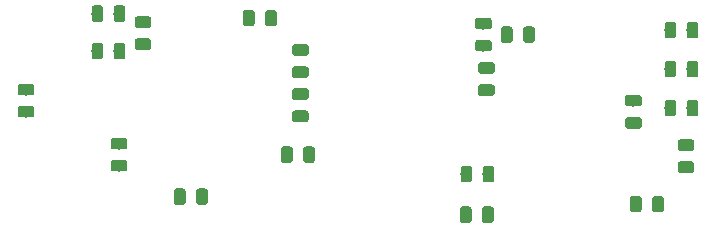
<source format=gbr>
G04 #@! TF.GenerationSoftware,KiCad,Pcbnew,(5.1.2-1)-1*
G04 #@! TF.CreationDate,2019-08-21T10:56:26-07:00*
G04 #@! TF.ProjectId,AS3360_VCA,41533333-3630-45f5-9643-412e6b696361,rev?*
G04 #@! TF.SameCoordinates,Original*
G04 #@! TF.FileFunction,Paste,Top*
G04 #@! TF.FilePolarity,Positive*
%FSLAX46Y46*%
G04 Gerber Fmt 4.6, Leading zero omitted, Abs format (unit mm)*
G04 Created by KiCad (PCBNEW (5.1.2-1)-1) date 2019-08-21 10:56:26*
%MOMM*%
%LPD*%
G04 APERTURE LIST*
%ADD10C,0.100000*%
%ADD11C,0.975000*%
G04 APERTURE END LIST*
D10*
G36*
X91356642Y-108013174D02*
G01*
X91380303Y-108016684D01*
X91403507Y-108022496D01*
X91426029Y-108030554D01*
X91447653Y-108040782D01*
X91468170Y-108053079D01*
X91487383Y-108067329D01*
X91505107Y-108083393D01*
X91521171Y-108101117D01*
X91535421Y-108120330D01*
X91547718Y-108140847D01*
X91557946Y-108162471D01*
X91566004Y-108184993D01*
X91571816Y-108208197D01*
X91575326Y-108231858D01*
X91576500Y-108255750D01*
X91576500Y-109168250D01*
X91575326Y-109192142D01*
X91571816Y-109215803D01*
X91566004Y-109239007D01*
X91557946Y-109261529D01*
X91547718Y-109283153D01*
X91535421Y-109303670D01*
X91521171Y-109322883D01*
X91505107Y-109340607D01*
X91487383Y-109356671D01*
X91468170Y-109370921D01*
X91447653Y-109383218D01*
X91426029Y-109393446D01*
X91403507Y-109401504D01*
X91380303Y-109407316D01*
X91356642Y-109410826D01*
X91332750Y-109412000D01*
X90845250Y-109412000D01*
X90821358Y-109410826D01*
X90797697Y-109407316D01*
X90774493Y-109401504D01*
X90751971Y-109393446D01*
X90730347Y-109383218D01*
X90709830Y-109370921D01*
X90690617Y-109356671D01*
X90672893Y-109340607D01*
X90656829Y-109322883D01*
X90642579Y-109303670D01*
X90630282Y-109283153D01*
X90620054Y-109261529D01*
X90611996Y-109239007D01*
X90606184Y-109215803D01*
X90602674Y-109192142D01*
X90601500Y-109168250D01*
X90601500Y-108255750D01*
X90602674Y-108231858D01*
X90606184Y-108208197D01*
X90611996Y-108184993D01*
X90620054Y-108162471D01*
X90630282Y-108140847D01*
X90642579Y-108120330D01*
X90656829Y-108101117D01*
X90672893Y-108083393D01*
X90690617Y-108067329D01*
X90709830Y-108053079D01*
X90730347Y-108040782D01*
X90751971Y-108030554D01*
X90774493Y-108022496D01*
X90797697Y-108016684D01*
X90821358Y-108013174D01*
X90845250Y-108012000D01*
X91332750Y-108012000D01*
X91356642Y-108013174D01*
X91356642Y-108013174D01*
G37*
D11*
X91089000Y-108712000D03*
D10*
G36*
X93231642Y-108013174D02*
G01*
X93255303Y-108016684D01*
X93278507Y-108022496D01*
X93301029Y-108030554D01*
X93322653Y-108040782D01*
X93343170Y-108053079D01*
X93362383Y-108067329D01*
X93380107Y-108083393D01*
X93396171Y-108101117D01*
X93410421Y-108120330D01*
X93422718Y-108140847D01*
X93432946Y-108162471D01*
X93441004Y-108184993D01*
X93446816Y-108208197D01*
X93450326Y-108231858D01*
X93451500Y-108255750D01*
X93451500Y-109168250D01*
X93450326Y-109192142D01*
X93446816Y-109215803D01*
X93441004Y-109239007D01*
X93432946Y-109261529D01*
X93422718Y-109283153D01*
X93410421Y-109303670D01*
X93396171Y-109322883D01*
X93380107Y-109340607D01*
X93362383Y-109356671D01*
X93343170Y-109370921D01*
X93322653Y-109383218D01*
X93301029Y-109393446D01*
X93278507Y-109401504D01*
X93255303Y-109407316D01*
X93231642Y-109410826D01*
X93207750Y-109412000D01*
X92720250Y-109412000D01*
X92696358Y-109410826D01*
X92672697Y-109407316D01*
X92649493Y-109401504D01*
X92626971Y-109393446D01*
X92605347Y-109383218D01*
X92584830Y-109370921D01*
X92565617Y-109356671D01*
X92547893Y-109340607D01*
X92531829Y-109322883D01*
X92517579Y-109303670D01*
X92505282Y-109283153D01*
X92495054Y-109261529D01*
X92486996Y-109239007D01*
X92481184Y-109215803D01*
X92477674Y-109192142D01*
X92476500Y-109168250D01*
X92476500Y-108255750D01*
X92477674Y-108231858D01*
X92481184Y-108208197D01*
X92486996Y-108184993D01*
X92495054Y-108162471D01*
X92505282Y-108140847D01*
X92517579Y-108120330D01*
X92531829Y-108101117D01*
X92547893Y-108083393D01*
X92565617Y-108067329D01*
X92584830Y-108053079D01*
X92605347Y-108040782D01*
X92626971Y-108030554D01*
X92649493Y-108022496D01*
X92672697Y-108016684D01*
X92696358Y-108013174D01*
X92720250Y-108012000D01*
X93207750Y-108012000D01*
X93231642Y-108013174D01*
X93231642Y-108013174D01*
G37*
D11*
X92964000Y-108712000D03*
D10*
G36*
X60163142Y-90995174D02*
G01*
X60186803Y-90998684D01*
X60210007Y-91004496D01*
X60232529Y-91012554D01*
X60254153Y-91022782D01*
X60274670Y-91035079D01*
X60293883Y-91049329D01*
X60311607Y-91065393D01*
X60327671Y-91083117D01*
X60341921Y-91102330D01*
X60354218Y-91122847D01*
X60364446Y-91144471D01*
X60372504Y-91166993D01*
X60378316Y-91190197D01*
X60381826Y-91213858D01*
X60383000Y-91237750D01*
X60383000Y-92150250D01*
X60381826Y-92174142D01*
X60378316Y-92197803D01*
X60372504Y-92221007D01*
X60364446Y-92243529D01*
X60354218Y-92265153D01*
X60341921Y-92285670D01*
X60327671Y-92304883D01*
X60311607Y-92322607D01*
X60293883Y-92338671D01*
X60274670Y-92352921D01*
X60254153Y-92365218D01*
X60232529Y-92375446D01*
X60210007Y-92383504D01*
X60186803Y-92389316D01*
X60163142Y-92392826D01*
X60139250Y-92394000D01*
X59651750Y-92394000D01*
X59627858Y-92392826D01*
X59604197Y-92389316D01*
X59580993Y-92383504D01*
X59558471Y-92375446D01*
X59536847Y-92365218D01*
X59516330Y-92352921D01*
X59497117Y-92338671D01*
X59479393Y-92322607D01*
X59463329Y-92304883D01*
X59449079Y-92285670D01*
X59436782Y-92265153D01*
X59426554Y-92243529D01*
X59418496Y-92221007D01*
X59412684Y-92197803D01*
X59409174Y-92174142D01*
X59408000Y-92150250D01*
X59408000Y-91237750D01*
X59409174Y-91213858D01*
X59412684Y-91190197D01*
X59418496Y-91166993D01*
X59426554Y-91144471D01*
X59436782Y-91122847D01*
X59449079Y-91102330D01*
X59463329Y-91083117D01*
X59479393Y-91065393D01*
X59497117Y-91049329D01*
X59516330Y-91035079D01*
X59536847Y-91022782D01*
X59558471Y-91012554D01*
X59580993Y-91004496D01*
X59604197Y-90998684D01*
X59627858Y-90995174D01*
X59651750Y-90994000D01*
X60139250Y-90994000D01*
X60163142Y-90995174D01*
X60163142Y-90995174D01*
G37*
D11*
X59895500Y-91694000D03*
D10*
G36*
X62038142Y-90995174D02*
G01*
X62061803Y-90998684D01*
X62085007Y-91004496D01*
X62107529Y-91012554D01*
X62129153Y-91022782D01*
X62149670Y-91035079D01*
X62168883Y-91049329D01*
X62186607Y-91065393D01*
X62202671Y-91083117D01*
X62216921Y-91102330D01*
X62229218Y-91122847D01*
X62239446Y-91144471D01*
X62247504Y-91166993D01*
X62253316Y-91190197D01*
X62256826Y-91213858D01*
X62258000Y-91237750D01*
X62258000Y-92150250D01*
X62256826Y-92174142D01*
X62253316Y-92197803D01*
X62247504Y-92221007D01*
X62239446Y-92243529D01*
X62229218Y-92265153D01*
X62216921Y-92285670D01*
X62202671Y-92304883D01*
X62186607Y-92322607D01*
X62168883Y-92338671D01*
X62149670Y-92352921D01*
X62129153Y-92365218D01*
X62107529Y-92375446D01*
X62085007Y-92383504D01*
X62061803Y-92389316D01*
X62038142Y-92392826D01*
X62014250Y-92394000D01*
X61526750Y-92394000D01*
X61502858Y-92392826D01*
X61479197Y-92389316D01*
X61455993Y-92383504D01*
X61433471Y-92375446D01*
X61411847Y-92365218D01*
X61391330Y-92352921D01*
X61372117Y-92338671D01*
X61354393Y-92322607D01*
X61338329Y-92304883D01*
X61324079Y-92285670D01*
X61311782Y-92265153D01*
X61301554Y-92243529D01*
X61293496Y-92221007D01*
X61287684Y-92197803D01*
X61284174Y-92174142D01*
X61283000Y-92150250D01*
X61283000Y-91237750D01*
X61284174Y-91213858D01*
X61287684Y-91190197D01*
X61293496Y-91166993D01*
X61301554Y-91144471D01*
X61311782Y-91122847D01*
X61324079Y-91102330D01*
X61338329Y-91083117D01*
X61354393Y-91065393D01*
X61372117Y-91049329D01*
X61391330Y-91035079D01*
X61411847Y-91022782D01*
X61433471Y-91012554D01*
X61455993Y-91004496D01*
X61479197Y-90998684D01*
X61502858Y-90995174D01*
X61526750Y-90994000D01*
X62014250Y-90994000D01*
X62038142Y-90995174D01*
X62038142Y-90995174D01*
G37*
D11*
X61770500Y-91694000D03*
D10*
G36*
X62038142Y-94170174D02*
G01*
X62061803Y-94173684D01*
X62085007Y-94179496D01*
X62107529Y-94187554D01*
X62129153Y-94197782D01*
X62149670Y-94210079D01*
X62168883Y-94224329D01*
X62186607Y-94240393D01*
X62202671Y-94258117D01*
X62216921Y-94277330D01*
X62229218Y-94297847D01*
X62239446Y-94319471D01*
X62247504Y-94341993D01*
X62253316Y-94365197D01*
X62256826Y-94388858D01*
X62258000Y-94412750D01*
X62258000Y-95325250D01*
X62256826Y-95349142D01*
X62253316Y-95372803D01*
X62247504Y-95396007D01*
X62239446Y-95418529D01*
X62229218Y-95440153D01*
X62216921Y-95460670D01*
X62202671Y-95479883D01*
X62186607Y-95497607D01*
X62168883Y-95513671D01*
X62149670Y-95527921D01*
X62129153Y-95540218D01*
X62107529Y-95550446D01*
X62085007Y-95558504D01*
X62061803Y-95564316D01*
X62038142Y-95567826D01*
X62014250Y-95569000D01*
X61526750Y-95569000D01*
X61502858Y-95567826D01*
X61479197Y-95564316D01*
X61455993Y-95558504D01*
X61433471Y-95550446D01*
X61411847Y-95540218D01*
X61391330Y-95527921D01*
X61372117Y-95513671D01*
X61354393Y-95497607D01*
X61338329Y-95479883D01*
X61324079Y-95460670D01*
X61311782Y-95440153D01*
X61301554Y-95418529D01*
X61293496Y-95396007D01*
X61287684Y-95372803D01*
X61284174Y-95349142D01*
X61283000Y-95325250D01*
X61283000Y-94412750D01*
X61284174Y-94388858D01*
X61287684Y-94365197D01*
X61293496Y-94341993D01*
X61301554Y-94319471D01*
X61311782Y-94297847D01*
X61324079Y-94277330D01*
X61338329Y-94258117D01*
X61354393Y-94240393D01*
X61372117Y-94224329D01*
X61391330Y-94210079D01*
X61411847Y-94197782D01*
X61433471Y-94187554D01*
X61455993Y-94179496D01*
X61479197Y-94173684D01*
X61502858Y-94170174D01*
X61526750Y-94169000D01*
X62014250Y-94169000D01*
X62038142Y-94170174D01*
X62038142Y-94170174D01*
G37*
D11*
X61770500Y-94869000D03*
D10*
G36*
X60163142Y-94170174D02*
G01*
X60186803Y-94173684D01*
X60210007Y-94179496D01*
X60232529Y-94187554D01*
X60254153Y-94197782D01*
X60274670Y-94210079D01*
X60293883Y-94224329D01*
X60311607Y-94240393D01*
X60327671Y-94258117D01*
X60341921Y-94277330D01*
X60354218Y-94297847D01*
X60364446Y-94319471D01*
X60372504Y-94341993D01*
X60378316Y-94365197D01*
X60381826Y-94388858D01*
X60383000Y-94412750D01*
X60383000Y-95325250D01*
X60381826Y-95349142D01*
X60378316Y-95372803D01*
X60372504Y-95396007D01*
X60364446Y-95418529D01*
X60354218Y-95440153D01*
X60341921Y-95460670D01*
X60327671Y-95479883D01*
X60311607Y-95497607D01*
X60293883Y-95513671D01*
X60274670Y-95527921D01*
X60254153Y-95540218D01*
X60232529Y-95550446D01*
X60210007Y-95558504D01*
X60186803Y-95564316D01*
X60163142Y-95567826D01*
X60139250Y-95569000D01*
X59651750Y-95569000D01*
X59627858Y-95567826D01*
X59604197Y-95564316D01*
X59580993Y-95558504D01*
X59558471Y-95550446D01*
X59536847Y-95540218D01*
X59516330Y-95527921D01*
X59497117Y-95513671D01*
X59479393Y-95497607D01*
X59463329Y-95479883D01*
X59449079Y-95460670D01*
X59436782Y-95440153D01*
X59426554Y-95418529D01*
X59418496Y-95396007D01*
X59412684Y-95372803D01*
X59409174Y-95349142D01*
X59408000Y-95325250D01*
X59408000Y-94412750D01*
X59409174Y-94388858D01*
X59412684Y-94365197D01*
X59418496Y-94341993D01*
X59426554Y-94319471D01*
X59436782Y-94297847D01*
X59449079Y-94277330D01*
X59463329Y-94258117D01*
X59479393Y-94240393D01*
X59497117Y-94224329D01*
X59516330Y-94210079D01*
X59536847Y-94197782D01*
X59558471Y-94187554D01*
X59580993Y-94179496D01*
X59604197Y-94173684D01*
X59627858Y-94170174D01*
X59651750Y-94169000D01*
X60139250Y-94169000D01*
X60163142Y-94170174D01*
X60163142Y-94170174D01*
G37*
D11*
X59895500Y-94869000D03*
D10*
G36*
X62202142Y-104083174D02*
G01*
X62225803Y-104086684D01*
X62249007Y-104092496D01*
X62271529Y-104100554D01*
X62293153Y-104110782D01*
X62313670Y-104123079D01*
X62332883Y-104137329D01*
X62350607Y-104153393D01*
X62366671Y-104171117D01*
X62380921Y-104190330D01*
X62393218Y-104210847D01*
X62403446Y-104232471D01*
X62411504Y-104254993D01*
X62417316Y-104278197D01*
X62420826Y-104301858D01*
X62422000Y-104325750D01*
X62422000Y-104813250D01*
X62420826Y-104837142D01*
X62417316Y-104860803D01*
X62411504Y-104884007D01*
X62403446Y-104906529D01*
X62393218Y-104928153D01*
X62380921Y-104948670D01*
X62366671Y-104967883D01*
X62350607Y-104985607D01*
X62332883Y-105001671D01*
X62313670Y-105015921D01*
X62293153Y-105028218D01*
X62271529Y-105038446D01*
X62249007Y-105046504D01*
X62225803Y-105052316D01*
X62202142Y-105055826D01*
X62178250Y-105057000D01*
X61265750Y-105057000D01*
X61241858Y-105055826D01*
X61218197Y-105052316D01*
X61194993Y-105046504D01*
X61172471Y-105038446D01*
X61150847Y-105028218D01*
X61130330Y-105015921D01*
X61111117Y-105001671D01*
X61093393Y-104985607D01*
X61077329Y-104967883D01*
X61063079Y-104948670D01*
X61050782Y-104928153D01*
X61040554Y-104906529D01*
X61032496Y-104884007D01*
X61026684Y-104860803D01*
X61023174Y-104837142D01*
X61022000Y-104813250D01*
X61022000Y-104325750D01*
X61023174Y-104301858D01*
X61026684Y-104278197D01*
X61032496Y-104254993D01*
X61040554Y-104232471D01*
X61050782Y-104210847D01*
X61063079Y-104190330D01*
X61077329Y-104171117D01*
X61093393Y-104153393D01*
X61111117Y-104137329D01*
X61130330Y-104123079D01*
X61150847Y-104110782D01*
X61172471Y-104100554D01*
X61194993Y-104092496D01*
X61218197Y-104086684D01*
X61241858Y-104083174D01*
X61265750Y-104082000D01*
X62178250Y-104082000D01*
X62202142Y-104083174D01*
X62202142Y-104083174D01*
G37*
D11*
X61722000Y-104569500D03*
D10*
G36*
X62202142Y-102208174D02*
G01*
X62225803Y-102211684D01*
X62249007Y-102217496D01*
X62271529Y-102225554D01*
X62293153Y-102235782D01*
X62313670Y-102248079D01*
X62332883Y-102262329D01*
X62350607Y-102278393D01*
X62366671Y-102296117D01*
X62380921Y-102315330D01*
X62393218Y-102335847D01*
X62403446Y-102357471D01*
X62411504Y-102379993D01*
X62417316Y-102403197D01*
X62420826Y-102426858D01*
X62422000Y-102450750D01*
X62422000Y-102938250D01*
X62420826Y-102962142D01*
X62417316Y-102985803D01*
X62411504Y-103009007D01*
X62403446Y-103031529D01*
X62393218Y-103053153D01*
X62380921Y-103073670D01*
X62366671Y-103092883D01*
X62350607Y-103110607D01*
X62332883Y-103126671D01*
X62313670Y-103140921D01*
X62293153Y-103153218D01*
X62271529Y-103163446D01*
X62249007Y-103171504D01*
X62225803Y-103177316D01*
X62202142Y-103180826D01*
X62178250Y-103182000D01*
X61265750Y-103182000D01*
X61241858Y-103180826D01*
X61218197Y-103177316D01*
X61194993Y-103171504D01*
X61172471Y-103163446D01*
X61150847Y-103153218D01*
X61130330Y-103140921D01*
X61111117Y-103126671D01*
X61093393Y-103110607D01*
X61077329Y-103092883D01*
X61063079Y-103073670D01*
X61050782Y-103053153D01*
X61040554Y-103031529D01*
X61032496Y-103009007D01*
X61026684Y-102985803D01*
X61023174Y-102962142D01*
X61022000Y-102938250D01*
X61022000Y-102450750D01*
X61023174Y-102426858D01*
X61026684Y-102403197D01*
X61032496Y-102379993D01*
X61040554Y-102357471D01*
X61050782Y-102335847D01*
X61063079Y-102315330D01*
X61077329Y-102296117D01*
X61093393Y-102278393D01*
X61111117Y-102262329D01*
X61130330Y-102248079D01*
X61150847Y-102235782D01*
X61172471Y-102225554D01*
X61194993Y-102217496D01*
X61218197Y-102211684D01*
X61241858Y-102208174D01*
X61265750Y-102207000D01*
X62178250Y-102207000D01*
X62202142Y-102208174D01*
X62202142Y-102208174D01*
G37*
D11*
X61722000Y-102694500D03*
D10*
G36*
X110552142Y-92392174D02*
G01*
X110575803Y-92395684D01*
X110599007Y-92401496D01*
X110621529Y-92409554D01*
X110643153Y-92419782D01*
X110663670Y-92432079D01*
X110682883Y-92446329D01*
X110700607Y-92462393D01*
X110716671Y-92480117D01*
X110730921Y-92499330D01*
X110743218Y-92519847D01*
X110753446Y-92541471D01*
X110761504Y-92563993D01*
X110767316Y-92587197D01*
X110770826Y-92610858D01*
X110772000Y-92634750D01*
X110772000Y-93547250D01*
X110770826Y-93571142D01*
X110767316Y-93594803D01*
X110761504Y-93618007D01*
X110753446Y-93640529D01*
X110743218Y-93662153D01*
X110730921Y-93682670D01*
X110716671Y-93701883D01*
X110700607Y-93719607D01*
X110682883Y-93735671D01*
X110663670Y-93749921D01*
X110643153Y-93762218D01*
X110621529Y-93772446D01*
X110599007Y-93780504D01*
X110575803Y-93786316D01*
X110552142Y-93789826D01*
X110528250Y-93791000D01*
X110040750Y-93791000D01*
X110016858Y-93789826D01*
X109993197Y-93786316D01*
X109969993Y-93780504D01*
X109947471Y-93772446D01*
X109925847Y-93762218D01*
X109905330Y-93749921D01*
X109886117Y-93735671D01*
X109868393Y-93719607D01*
X109852329Y-93701883D01*
X109838079Y-93682670D01*
X109825782Y-93662153D01*
X109815554Y-93640529D01*
X109807496Y-93618007D01*
X109801684Y-93594803D01*
X109798174Y-93571142D01*
X109797000Y-93547250D01*
X109797000Y-92634750D01*
X109798174Y-92610858D01*
X109801684Y-92587197D01*
X109807496Y-92563993D01*
X109815554Y-92541471D01*
X109825782Y-92519847D01*
X109838079Y-92499330D01*
X109852329Y-92480117D01*
X109868393Y-92462393D01*
X109886117Y-92446329D01*
X109905330Y-92432079D01*
X109925847Y-92419782D01*
X109947471Y-92409554D01*
X109969993Y-92401496D01*
X109993197Y-92395684D01*
X110016858Y-92392174D01*
X110040750Y-92391000D01*
X110528250Y-92391000D01*
X110552142Y-92392174D01*
X110552142Y-92392174D01*
G37*
D11*
X110284500Y-93091000D03*
D10*
G36*
X108677142Y-92392174D02*
G01*
X108700803Y-92395684D01*
X108724007Y-92401496D01*
X108746529Y-92409554D01*
X108768153Y-92419782D01*
X108788670Y-92432079D01*
X108807883Y-92446329D01*
X108825607Y-92462393D01*
X108841671Y-92480117D01*
X108855921Y-92499330D01*
X108868218Y-92519847D01*
X108878446Y-92541471D01*
X108886504Y-92563993D01*
X108892316Y-92587197D01*
X108895826Y-92610858D01*
X108897000Y-92634750D01*
X108897000Y-93547250D01*
X108895826Y-93571142D01*
X108892316Y-93594803D01*
X108886504Y-93618007D01*
X108878446Y-93640529D01*
X108868218Y-93662153D01*
X108855921Y-93682670D01*
X108841671Y-93701883D01*
X108825607Y-93719607D01*
X108807883Y-93735671D01*
X108788670Y-93749921D01*
X108768153Y-93762218D01*
X108746529Y-93772446D01*
X108724007Y-93780504D01*
X108700803Y-93786316D01*
X108677142Y-93789826D01*
X108653250Y-93791000D01*
X108165750Y-93791000D01*
X108141858Y-93789826D01*
X108118197Y-93786316D01*
X108094993Y-93780504D01*
X108072471Y-93772446D01*
X108050847Y-93762218D01*
X108030330Y-93749921D01*
X108011117Y-93735671D01*
X107993393Y-93719607D01*
X107977329Y-93701883D01*
X107963079Y-93682670D01*
X107950782Y-93662153D01*
X107940554Y-93640529D01*
X107932496Y-93618007D01*
X107926684Y-93594803D01*
X107923174Y-93571142D01*
X107922000Y-93547250D01*
X107922000Y-92634750D01*
X107923174Y-92610858D01*
X107926684Y-92587197D01*
X107932496Y-92563993D01*
X107940554Y-92541471D01*
X107950782Y-92519847D01*
X107963079Y-92499330D01*
X107977329Y-92480117D01*
X107993393Y-92462393D01*
X108011117Y-92446329D01*
X108030330Y-92432079D01*
X108050847Y-92419782D01*
X108072471Y-92409554D01*
X108094993Y-92401496D01*
X108118197Y-92395684D01*
X108141858Y-92392174D01*
X108165750Y-92391000D01*
X108653250Y-92391000D01*
X108677142Y-92392174D01*
X108677142Y-92392174D01*
G37*
D11*
X108409500Y-93091000D03*
D10*
G36*
X108677142Y-95694174D02*
G01*
X108700803Y-95697684D01*
X108724007Y-95703496D01*
X108746529Y-95711554D01*
X108768153Y-95721782D01*
X108788670Y-95734079D01*
X108807883Y-95748329D01*
X108825607Y-95764393D01*
X108841671Y-95782117D01*
X108855921Y-95801330D01*
X108868218Y-95821847D01*
X108878446Y-95843471D01*
X108886504Y-95865993D01*
X108892316Y-95889197D01*
X108895826Y-95912858D01*
X108897000Y-95936750D01*
X108897000Y-96849250D01*
X108895826Y-96873142D01*
X108892316Y-96896803D01*
X108886504Y-96920007D01*
X108878446Y-96942529D01*
X108868218Y-96964153D01*
X108855921Y-96984670D01*
X108841671Y-97003883D01*
X108825607Y-97021607D01*
X108807883Y-97037671D01*
X108788670Y-97051921D01*
X108768153Y-97064218D01*
X108746529Y-97074446D01*
X108724007Y-97082504D01*
X108700803Y-97088316D01*
X108677142Y-97091826D01*
X108653250Y-97093000D01*
X108165750Y-97093000D01*
X108141858Y-97091826D01*
X108118197Y-97088316D01*
X108094993Y-97082504D01*
X108072471Y-97074446D01*
X108050847Y-97064218D01*
X108030330Y-97051921D01*
X108011117Y-97037671D01*
X107993393Y-97021607D01*
X107977329Y-97003883D01*
X107963079Y-96984670D01*
X107950782Y-96964153D01*
X107940554Y-96942529D01*
X107932496Y-96920007D01*
X107926684Y-96896803D01*
X107923174Y-96873142D01*
X107922000Y-96849250D01*
X107922000Y-95936750D01*
X107923174Y-95912858D01*
X107926684Y-95889197D01*
X107932496Y-95865993D01*
X107940554Y-95843471D01*
X107950782Y-95821847D01*
X107963079Y-95801330D01*
X107977329Y-95782117D01*
X107993393Y-95764393D01*
X108011117Y-95748329D01*
X108030330Y-95734079D01*
X108050847Y-95721782D01*
X108072471Y-95711554D01*
X108094993Y-95703496D01*
X108118197Y-95697684D01*
X108141858Y-95694174D01*
X108165750Y-95693000D01*
X108653250Y-95693000D01*
X108677142Y-95694174D01*
X108677142Y-95694174D01*
G37*
D11*
X108409500Y-96393000D03*
D10*
G36*
X110552142Y-95694174D02*
G01*
X110575803Y-95697684D01*
X110599007Y-95703496D01*
X110621529Y-95711554D01*
X110643153Y-95721782D01*
X110663670Y-95734079D01*
X110682883Y-95748329D01*
X110700607Y-95764393D01*
X110716671Y-95782117D01*
X110730921Y-95801330D01*
X110743218Y-95821847D01*
X110753446Y-95843471D01*
X110761504Y-95865993D01*
X110767316Y-95889197D01*
X110770826Y-95912858D01*
X110772000Y-95936750D01*
X110772000Y-96849250D01*
X110770826Y-96873142D01*
X110767316Y-96896803D01*
X110761504Y-96920007D01*
X110753446Y-96942529D01*
X110743218Y-96964153D01*
X110730921Y-96984670D01*
X110716671Y-97003883D01*
X110700607Y-97021607D01*
X110682883Y-97037671D01*
X110663670Y-97051921D01*
X110643153Y-97064218D01*
X110621529Y-97074446D01*
X110599007Y-97082504D01*
X110575803Y-97088316D01*
X110552142Y-97091826D01*
X110528250Y-97093000D01*
X110040750Y-97093000D01*
X110016858Y-97091826D01*
X109993197Y-97088316D01*
X109969993Y-97082504D01*
X109947471Y-97074446D01*
X109925847Y-97064218D01*
X109905330Y-97051921D01*
X109886117Y-97037671D01*
X109868393Y-97021607D01*
X109852329Y-97003883D01*
X109838079Y-96984670D01*
X109825782Y-96964153D01*
X109815554Y-96942529D01*
X109807496Y-96920007D01*
X109801684Y-96896803D01*
X109798174Y-96873142D01*
X109797000Y-96849250D01*
X109797000Y-95936750D01*
X109798174Y-95912858D01*
X109801684Y-95889197D01*
X109807496Y-95865993D01*
X109815554Y-95843471D01*
X109825782Y-95821847D01*
X109838079Y-95801330D01*
X109852329Y-95782117D01*
X109868393Y-95764393D01*
X109886117Y-95748329D01*
X109905330Y-95734079D01*
X109925847Y-95721782D01*
X109947471Y-95711554D01*
X109969993Y-95703496D01*
X109993197Y-95697684D01*
X110016858Y-95694174D01*
X110040750Y-95693000D01*
X110528250Y-95693000D01*
X110552142Y-95694174D01*
X110552142Y-95694174D01*
G37*
D11*
X110284500Y-96393000D03*
D10*
G36*
X110208142Y-104210174D02*
G01*
X110231803Y-104213684D01*
X110255007Y-104219496D01*
X110277529Y-104227554D01*
X110299153Y-104237782D01*
X110319670Y-104250079D01*
X110338883Y-104264329D01*
X110356607Y-104280393D01*
X110372671Y-104298117D01*
X110386921Y-104317330D01*
X110399218Y-104337847D01*
X110409446Y-104359471D01*
X110417504Y-104381993D01*
X110423316Y-104405197D01*
X110426826Y-104428858D01*
X110428000Y-104452750D01*
X110428000Y-104940250D01*
X110426826Y-104964142D01*
X110423316Y-104987803D01*
X110417504Y-105011007D01*
X110409446Y-105033529D01*
X110399218Y-105055153D01*
X110386921Y-105075670D01*
X110372671Y-105094883D01*
X110356607Y-105112607D01*
X110338883Y-105128671D01*
X110319670Y-105142921D01*
X110299153Y-105155218D01*
X110277529Y-105165446D01*
X110255007Y-105173504D01*
X110231803Y-105179316D01*
X110208142Y-105182826D01*
X110184250Y-105184000D01*
X109271750Y-105184000D01*
X109247858Y-105182826D01*
X109224197Y-105179316D01*
X109200993Y-105173504D01*
X109178471Y-105165446D01*
X109156847Y-105155218D01*
X109136330Y-105142921D01*
X109117117Y-105128671D01*
X109099393Y-105112607D01*
X109083329Y-105094883D01*
X109069079Y-105075670D01*
X109056782Y-105055153D01*
X109046554Y-105033529D01*
X109038496Y-105011007D01*
X109032684Y-104987803D01*
X109029174Y-104964142D01*
X109028000Y-104940250D01*
X109028000Y-104452750D01*
X109029174Y-104428858D01*
X109032684Y-104405197D01*
X109038496Y-104381993D01*
X109046554Y-104359471D01*
X109056782Y-104337847D01*
X109069079Y-104317330D01*
X109083329Y-104298117D01*
X109099393Y-104280393D01*
X109117117Y-104264329D01*
X109136330Y-104250079D01*
X109156847Y-104237782D01*
X109178471Y-104227554D01*
X109200993Y-104219496D01*
X109224197Y-104213684D01*
X109247858Y-104210174D01*
X109271750Y-104209000D01*
X110184250Y-104209000D01*
X110208142Y-104210174D01*
X110208142Y-104210174D01*
G37*
D11*
X109728000Y-104696500D03*
D10*
G36*
X110208142Y-102335174D02*
G01*
X110231803Y-102338684D01*
X110255007Y-102344496D01*
X110277529Y-102352554D01*
X110299153Y-102362782D01*
X110319670Y-102375079D01*
X110338883Y-102389329D01*
X110356607Y-102405393D01*
X110372671Y-102423117D01*
X110386921Y-102442330D01*
X110399218Y-102462847D01*
X110409446Y-102484471D01*
X110417504Y-102506993D01*
X110423316Y-102530197D01*
X110426826Y-102553858D01*
X110428000Y-102577750D01*
X110428000Y-103065250D01*
X110426826Y-103089142D01*
X110423316Y-103112803D01*
X110417504Y-103136007D01*
X110409446Y-103158529D01*
X110399218Y-103180153D01*
X110386921Y-103200670D01*
X110372671Y-103219883D01*
X110356607Y-103237607D01*
X110338883Y-103253671D01*
X110319670Y-103267921D01*
X110299153Y-103280218D01*
X110277529Y-103290446D01*
X110255007Y-103298504D01*
X110231803Y-103304316D01*
X110208142Y-103307826D01*
X110184250Y-103309000D01*
X109271750Y-103309000D01*
X109247858Y-103307826D01*
X109224197Y-103304316D01*
X109200993Y-103298504D01*
X109178471Y-103290446D01*
X109156847Y-103280218D01*
X109136330Y-103267921D01*
X109117117Y-103253671D01*
X109099393Y-103237607D01*
X109083329Y-103219883D01*
X109069079Y-103200670D01*
X109056782Y-103180153D01*
X109046554Y-103158529D01*
X109038496Y-103136007D01*
X109032684Y-103112803D01*
X109029174Y-103089142D01*
X109028000Y-103065250D01*
X109028000Y-102577750D01*
X109029174Y-102553858D01*
X109032684Y-102530197D01*
X109038496Y-102506993D01*
X109046554Y-102484471D01*
X109056782Y-102462847D01*
X109069079Y-102442330D01*
X109083329Y-102423117D01*
X109099393Y-102405393D01*
X109117117Y-102389329D01*
X109136330Y-102375079D01*
X109156847Y-102362782D01*
X109178471Y-102352554D01*
X109200993Y-102344496D01*
X109224197Y-102338684D01*
X109247858Y-102335174D01*
X109271750Y-102334000D01*
X110184250Y-102334000D01*
X110208142Y-102335174D01*
X110208142Y-102335174D01*
G37*
D11*
X109728000Y-102821500D03*
D10*
G36*
X64234142Y-91921174D02*
G01*
X64257803Y-91924684D01*
X64281007Y-91930496D01*
X64303529Y-91938554D01*
X64325153Y-91948782D01*
X64345670Y-91961079D01*
X64364883Y-91975329D01*
X64382607Y-91991393D01*
X64398671Y-92009117D01*
X64412921Y-92028330D01*
X64425218Y-92048847D01*
X64435446Y-92070471D01*
X64443504Y-92092993D01*
X64449316Y-92116197D01*
X64452826Y-92139858D01*
X64454000Y-92163750D01*
X64454000Y-92651250D01*
X64452826Y-92675142D01*
X64449316Y-92698803D01*
X64443504Y-92722007D01*
X64435446Y-92744529D01*
X64425218Y-92766153D01*
X64412921Y-92786670D01*
X64398671Y-92805883D01*
X64382607Y-92823607D01*
X64364883Y-92839671D01*
X64345670Y-92853921D01*
X64325153Y-92866218D01*
X64303529Y-92876446D01*
X64281007Y-92884504D01*
X64257803Y-92890316D01*
X64234142Y-92893826D01*
X64210250Y-92895000D01*
X63297750Y-92895000D01*
X63273858Y-92893826D01*
X63250197Y-92890316D01*
X63226993Y-92884504D01*
X63204471Y-92876446D01*
X63182847Y-92866218D01*
X63162330Y-92853921D01*
X63143117Y-92839671D01*
X63125393Y-92823607D01*
X63109329Y-92805883D01*
X63095079Y-92786670D01*
X63082782Y-92766153D01*
X63072554Y-92744529D01*
X63064496Y-92722007D01*
X63058684Y-92698803D01*
X63055174Y-92675142D01*
X63054000Y-92651250D01*
X63054000Y-92163750D01*
X63055174Y-92139858D01*
X63058684Y-92116197D01*
X63064496Y-92092993D01*
X63072554Y-92070471D01*
X63082782Y-92048847D01*
X63095079Y-92028330D01*
X63109329Y-92009117D01*
X63125393Y-91991393D01*
X63143117Y-91975329D01*
X63162330Y-91961079D01*
X63182847Y-91948782D01*
X63204471Y-91938554D01*
X63226993Y-91930496D01*
X63250197Y-91924684D01*
X63273858Y-91921174D01*
X63297750Y-91920000D01*
X64210250Y-91920000D01*
X64234142Y-91921174D01*
X64234142Y-91921174D01*
G37*
D11*
X63754000Y-92407500D03*
D10*
G36*
X64234142Y-93796174D02*
G01*
X64257803Y-93799684D01*
X64281007Y-93805496D01*
X64303529Y-93813554D01*
X64325153Y-93823782D01*
X64345670Y-93836079D01*
X64364883Y-93850329D01*
X64382607Y-93866393D01*
X64398671Y-93884117D01*
X64412921Y-93903330D01*
X64425218Y-93923847D01*
X64435446Y-93945471D01*
X64443504Y-93967993D01*
X64449316Y-93991197D01*
X64452826Y-94014858D01*
X64454000Y-94038750D01*
X64454000Y-94526250D01*
X64452826Y-94550142D01*
X64449316Y-94573803D01*
X64443504Y-94597007D01*
X64435446Y-94619529D01*
X64425218Y-94641153D01*
X64412921Y-94661670D01*
X64398671Y-94680883D01*
X64382607Y-94698607D01*
X64364883Y-94714671D01*
X64345670Y-94728921D01*
X64325153Y-94741218D01*
X64303529Y-94751446D01*
X64281007Y-94759504D01*
X64257803Y-94765316D01*
X64234142Y-94768826D01*
X64210250Y-94770000D01*
X63297750Y-94770000D01*
X63273858Y-94768826D01*
X63250197Y-94765316D01*
X63226993Y-94759504D01*
X63204471Y-94751446D01*
X63182847Y-94741218D01*
X63162330Y-94728921D01*
X63143117Y-94714671D01*
X63125393Y-94698607D01*
X63109329Y-94680883D01*
X63095079Y-94661670D01*
X63082782Y-94641153D01*
X63072554Y-94619529D01*
X63064496Y-94597007D01*
X63058684Y-94573803D01*
X63055174Y-94550142D01*
X63054000Y-94526250D01*
X63054000Y-94038750D01*
X63055174Y-94014858D01*
X63058684Y-93991197D01*
X63064496Y-93967993D01*
X63072554Y-93945471D01*
X63082782Y-93923847D01*
X63095079Y-93903330D01*
X63109329Y-93884117D01*
X63125393Y-93866393D01*
X63143117Y-93850329D01*
X63162330Y-93836079D01*
X63182847Y-93823782D01*
X63204471Y-93813554D01*
X63226993Y-93805496D01*
X63250197Y-93799684D01*
X63273858Y-93796174D01*
X63297750Y-93795000D01*
X64210250Y-93795000D01*
X64234142Y-93796174D01*
X64234142Y-93796174D01*
G37*
D11*
X63754000Y-94282500D03*
D10*
G36*
X94834142Y-92773174D02*
G01*
X94857803Y-92776684D01*
X94881007Y-92782496D01*
X94903529Y-92790554D01*
X94925153Y-92800782D01*
X94945670Y-92813079D01*
X94964883Y-92827329D01*
X94982607Y-92843393D01*
X94998671Y-92861117D01*
X95012921Y-92880330D01*
X95025218Y-92900847D01*
X95035446Y-92922471D01*
X95043504Y-92944993D01*
X95049316Y-92968197D01*
X95052826Y-92991858D01*
X95054000Y-93015750D01*
X95054000Y-93928250D01*
X95052826Y-93952142D01*
X95049316Y-93975803D01*
X95043504Y-93999007D01*
X95035446Y-94021529D01*
X95025218Y-94043153D01*
X95012921Y-94063670D01*
X94998671Y-94082883D01*
X94982607Y-94100607D01*
X94964883Y-94116671D01*
X94945670Y-94130921D01*
X94925153Y-94143218D01*
X94903529Y-94153446D01*
X94881007Y-94161504D01*
X94857803Y-94167316D01*
X94834142Y-94170826D01*
X94810250Y-94172000D01*
X94322750Y-94172000D01*
X94298858Y-94170826D01*
X94275197Y-94167316D01*
X94251993Y-94161504D01*
X94229471Y-94153446D01*
X94207847Y-94143218D01*
X94187330Y-94130921D01*
X94168117Y-94116671D01*
X94150393Y-94100607D01*
X94134329Y-94082883D01*
X94120079Y-94063670D01*
X94107782Y-94043153D01*
X94097554Y-94021529D01*
X94089496Y-93999007D01*
X94083684Y-93975803D01*
X94080174Y-93952142D01*
X94079000Y-93928250D01*
X94079000Y-93015750D01*
X94080174Y-92991858D01*
X94083684Y-92968197D01*
X94089496Y-92944993D01*
X94097554Y-92922471D01*
X94107782Y-92900847D01*
X94120079Y-92880330D01*
X94134329Y-92861117D01*
X94150393Y-92843393D01*
X94168117Y-92827329D01*
X94187330Y-92813079D01*
X94207847Y-92800782D01*
X94229471Y-92790554D01*
X94251993Y-92782496D01*
X94275197Y-92776684D01*
X94298858Y-92773174D01*
X94322750Y-92772000D01*
X94810250Y-92772000D01*
X94834142Y-92773174D01*
X94834142Y-92773174D01*
G37*
D11*
X94566500Y-93472000D03*
D10*
G36*
X96709142Y-92773174D02*
G01*
X96732803Y-92776684D01*
X96756007Y-92782496D01*
X96778529Y-92790554D01*
X96800153Y-92800782D01*
X96820670Y-92813079D01*
X96839883Y-92827329D01*
X96857607Y-92843393D01*
X96873671Y-92861117D01*
X96887921Y-92880330D01*
X96900218Y-92900847D01*
X96910446Y-92922471D01*
X96918504Y-92944993D01*
X96924316Y-92968197D01*
X96927826Y-92991858D01*
X96929000Y-93015750D01*
X96929000Y-93928250D01*
X96927826Y-93952142D01*
X96924316Y-93975803D01*
X96918504Y-93999007D01*
X96910446Y-94021529D01*
X96900218Y-94043153D01*
X96887921Y-94063670D01*
X96873671Y-94082883D01*
X96857607Y-94100607D01*
X96839883Y-94116671D01*
X96820670Y-94130921D01*
X96800153Y-94143218D01*
X96778529Y-94153446D01*
X96756007Y-94161504D01*
X96732803Y-94167316D01*
X96709142Y-94170826D01*
X96685250Y-94172000D01*
X96197750Y-94172000D01*
X96173858Y-94170826D01*
X96150197Y-94167316D01*
X96126993Y-94161504D01*
X96104471Y-94153446D01*
X96082847Y-94143218D01*
X96062330Y-94130921D01*
X96043117Y-94116671D01*
X96025393Y-94100607D01*
X96009329Y-94082883D01*
X95995079Y-94063670D01*
X95982782Y-94043153D01*
X95972554Y-94021529D01*
X95964496Y-93999007D01*
X95958684Y-93975803D01*
X95955174Y-93952142D01*
X95954000Y-93928250D01*
X95954000Y-93015750D01*
X95955174Y-92991858D01*
X95958684Y-92968197D01*
X95964496Y-92944993D01*
X95972554Y-92922471D01*
X95982782Y-92900847D01*
X95995079Y-92880330D01*
X96009329Y-92861117D01*
X96025393Y-92843393D01*
X96043117Y-92827329D01*
X96062330Y-92813079D01*
X96082847Y-92800782D01*
X96104471Y-92790554D01*
X96126993Y-92782496D01*
X96150197Y-92776684D01*
X96173858Y-92773174D01*
X96197750Y-92772000D01*
X96685250Y-92772000D01*
X96709142Y-92773174D01*
X96709142Y-92773174D01*
G37*
D11*
X96441500Y-93472000D03*
D10*
G36*
X76213642Y-102933174D02*
G01*
X76237303Y-102936684D01*
X76260507Y-102942496D01*
X76283029Y-102950554D01*
X76304653Y-102960782D01*
X76325170Y-102973079D01*
X76344383Y-102987329D01*
X76362107Y-103003393D01*
X76378171Y-103021117D01*
X76392421Y-103040330D01*
X76404718Y-103060847D01*
X76414946Y-103082471D01*
X76423004Y-103104993D01*
X76428816Y-103128197D01*
X76432326Y-103151858D01*
X76433500Y-103175750D01*
X76433500Y-104088250D01*
X76432326Y-104112142D01*
X76428816Y-104135803D01*
X76423004Y-104159007D01*
X76414946Y-104181529D01*
X76404718Y-104203153D01*
X76392421Y-104223670D01*
X76378171Y-104242883D01*
X76362107Y-104260607D01*
X76344383Y-104276671D01*
X76325170Y-104290921D01*
X76304653Y-104303218D01*
X76283029Y-104313446D01*
X76260507Y-104321504D01*
X76237303Y-104327316D01*
X76213642Y-104330826D01*
X76189750Y-104332000D01*
X75702250Y-104332000D01*
X75678358Y-104330826D01*
X75654697Y-104327316D01*
X75631493Y-104321504D01*
X75608971Y-104313446D01*
X75587347Y-104303218D01*
X75566830Y-104290921D01*
X75547617Y-104276671D01*
X75529893Y-104260607D01*
X75513829Y-104242883D01*
X75499579Y-104223670D01*
X75487282Y-104203153D01*
X75477054Y-104181529D01*
X75468996Y-104159007D01*
X75463184Y-104135803D01*
X75459674Y-104112142D01*
X75458500Y-104088250D01*
X75458500Y-103175750D01*
X75459674Y-103151858D01*
X75463184Y-103128197D01*
X75468996Y-103104993D01*
X75477054Y-103082471D01*
X75487282Y-103060847D01*
X75499579Y-103040330D01*
X75513829Y-103021117D01*
X75529893Y-103003393D01*
X75547617Y-102987329D01*
X75566830Y-102973079D01*
X75587347Y-102960782D01*
X75608971Y-102950554D01*
X75631493Y-102942496D01*
X75654697Y-102936684D01*
X75678358Y-102933174D01*
X75702250Y-102932000D01*
X76189750Y-102932000D01*
X76213642Y-102933174D01*
X76213642Y-102933174D01*
G37*
D11*
X75946000Y-103632000D03*
D10*
G36*
X78088642Y-102933174D02*
G01*
X78112303Y-102936684D01*
X78135507Y-102942496D01*
X78158029Y-102950554D01*
X78179653Y-102960782D01*
X78200170Y-102973079D01*
X78219383Y-102987329D01*
X78237107Y-103003393D01*
X78253171Y-103021117D01*
X78267421Y-103040330D01*
X78279718Y-103060847D01*
X78289946Y-103082471D01*
X78298004Y-103104993D01*
X78303816Y-103128197D01*
X78307326Y-103151858D01*
X78308500Y-103175750D01*
X78308500Y-104088250D01*
X78307326Y-104112142D01*
X78303816Y-104135803D01*
X78298004Y-104159007D01*
X78289946Y-104181529D01*
X78279718Y-104203153D01*
X78267421Y-104223670D01*
X78253171Y-104242883D01*
X78237107Y-104260607D01*
X78219383Y-104276671D01*
X78200170Y-104290921D01*
X78179653Y-104303218D01*
X78158029Y-104313446D01*
X78135507Y-104321504D01*
X78112303Y-104327316D01*
X78088642Y-104330826D01*
X78064750Y-104332000D01*
X77577250Y-104332000D01*
X77553358Y-104330826D01*
X77529697Y-104327316D01*
X77506493Y-104321504D01*
X77483971Y-104313446D01*
X77462347Y-104303218D01*
X77441830Y-104290921D01*
X77422617Y-104276671D01*
X77404893Y-104260607D01*
X77388829Y-104242883D01*
X77374579Y-104223670D01*
X77362282Y-104203153D01*
X77352054Y-104181529D01*
X77343996Y-104159007D01*
X77338184Y-104135803D01*
X77334674Y-104112142D01*
X77333500Y-104088250D01*
X77333500Y-103175750D01*
X77334674Y-103151858D01*
X77338184Y-103128197D01*
X77343996Y-103104993D01*
X77352054Y-103082471D01*
X77362282Y-103060847D01*
X77374579Y-103040330D01*
X77388829Y-103021117D01*
X77404893Y-103003393D01*
X77422617Y-102987329D01*
X77441830Y-102973079D01*
X77462347Y-102960782D01*
X77483971Y-102950554D01*
X77506493Y-102942496D01*
X77529697Y-102936684D01*
X77553358Y-102933174D01*
X77577250Y-102932000D01*
X78064750Y-102932000D01*
X78088642Y-102933174D01*
X78088642Y-102933174D01*
G37*
D11*
X77821000Y-103632000D03*
D10*
G36*
X67148142Y-106489174D02*
G01*
X67171803Y-106492684D01*
X67195007Y-106498496D01*
X67217529Y-106506554D01*
X67239153Y-106516782D01*
X67259670Y-106529079D01*
X67278883Y-106543329D01*
X67296607Y-106559393D01*
X67312671Y-106577117D01*
X67326921Y-106596330D01*
X67339218Y-106616847D01*
X67349446Y-106638471D01*
X67357504Y-106660993D01*
X67363316Y-106684197D01*
X67366826Y-106707858D01*
X67368000Y-106731750D01*
X67368000Y-107644250D01*
X67366826Y-107668142D01*
X67363316Y-107691803D01*
X67357504Y-107715007D01*
X67349446Y-107737529D01*
X67339218Y-107759153D01*
X67326921Y-107779670D01*
X67312671Y-107798883D01*
X67296607Y-107816607D01*
X67278883Y-107832671D01*
X67259670Y-107846921D01*
X67239153Y-107859218D01*
X67217529Y-107869446D01*
X67195007Y-107877504D01*
X67171803Y-107883316D01*
X67148142Y-107886826D01*
X67124250Y-107888000D01*
X66636750Y-107888000D01*
X66612858Y-107886826D01*
X66589197Y-107883316D01*
X66565993Y-107877504D01*
X66543471Y-107869446D01*
X66521847Y-107859218D01*
X66501330Y-107846921D01*
X66482117Y-107832671D01*
X66464393Y-107816607D01*
X66448329Y-107798883D01*
X66434079Y-107779670D01*
X66421782Y-107759153D01*
X66411554Y-107737529D01*
X66403496Y-107715007D01*
X66397684Y-107691803D01*
X66394174Y-107668142D01*
X66393000Y-107644250D01*
X66393000Y-106731750D01*
X66394174Y-106707858D01*
X66397684Y-106684197D01*
X66403496Y-106660993D01*
X66411554Y-106638471D01*
X66421782Y-106616847D01*
X66434079Y-106596330D01*
X66448329Y-106577117D01*
X66464393Y-106559393D01*
X66482117Y-106543329D01*
X66501330Y-106529079D01*
X66521847Y-106516782D01*
X66543471Y-106506554D01*
X66565993Y-106498496D01*
X66589197Y-106492684D01*
X66612858Y-106489174D01*
X66636750Y-106488000D01*
X67124250Y-106488000D01*
X67148142Y-106489174D01*
X67148142Y-106489174D01*
G37*
D11*
X66880500Y-107188000D03*
D10*
G36*
X69023142Y-106489174D02*
G01*
X69046803Y-106492684D01*
X69070007Y-106498496D01*
X69092529Y-106506554D01*
X69114153Y-106516782D01*
X69134670Y-106529079D01*
X69153883Y-106543329D01*
X69171607Y-106559393D01*
X69187671Y-106577117D01*
X69201921Y-106596330D01*
X69214218Y-106616847D01*
X69224446Y-106638471D01*
X69232504Y-106660993D01*
X69238316Y-106684197D01*
X69241826Y-106707858D01*
X69243000Y-106731750D01*
X69243000Y-107644250D01*
X69241826Y-107668142D01*
X69238316Y-107691803D01*
X69232504Y-107715007D01*
X69224446Y-107737529D01*
X69214218Y-107759153D01*
X69201921Y-107779670D01*
X69187671Y-107798883D01*
X69171607Y-107816607D01*
X69153883Y-107832671D01*
X69134670Y-107846921D01*
X69114153Y-107859218D01*
X69092529Y-107869446D01*
X69070007Y-107877504D01*
X69046803Y-107883316D01*
X69023142Y-107886826D01*
X68999250Y-107888000D01*
X68511750Y-107888000D01*
X68487858Y-107886826D01*
X68464197Y-107883316D01*
X68440993Y-107877504D01*
X68418471Y-107869446D01*
X68396847Y-107859218D01*
X68376330Y-107846921D01*
X68357117Y-107832671D01*
X68339393Y-107816607D01*
X68323329Y-107798883D01*
X68309079Y-107779670D01*
X68296782Y-107759153D01*
X68286554Y-107737529D01*
X68278496Y-107715007D01*
X68272684Y-107691803D01*
X68269174Y-107668142D01*
X68268000Y-107644250D01*
X68268000Y-106731750D01*
X68269174Y-106707858D01*
X68272684Y-106684197D01*
X68278496Y-106660993D01*
X68286554Y-106638471D01*
X68296782Y-106616847D01*
X68309079Y-106596330D01*
X68323329Y-106577117D01*
X68339393Y-106559393D01*
X68357117Y-106543329D01*
X68376330Y-106529079D01*
X68396847Y-106516782D01*
X68418471Y-106506554D01*
X68440993Y-106498496D01*
X68464197Y-106492684D01*
X68487858Y-106489174D01*
X68511750Y-106488000D01*
X68999250Y-106488000D01*
X69023142Y-106489174D01*
X69023142Y-106489174D01*
G37*
D11*
X68755500Y-107188000D03*
D10*
G36*
X107631142Y-107124174D02*
G01*
X107654803Y-107127684D01*
X107678007Y-107133496D01*
X107700529Y-107141554D01*
X107722153Y-107151782D01*
X107742670Y-107164079D01*
X107761883Y-107178329D01*
X107779607Y-107194393D01*
X107795671Y-107212117D01*
X107809921Y-107231330D01*
X107822218Y-107251847D01*
X107832446Y-107273471D01*
X107840504Y-107295993D01*
X107846316Y-107319197D01*
X107849826Y-107342858D01*
X107851000Y-107366750D01*
X107851000Y-108279250D01*
X107849826Y-108303142D01*
X107846316Y-108326803D01*
X107840504Y-108350007D01*
X107832446Y-108372529D01*
X107822218Y-108394153D01*
X107809921Y-108414670D01*
X107795671Y-108433883D01*
X107779607Y-108451607D01*
X107761883Y-108467671D01*
X107742670Y-108481921D01*
X107722153Y-108494218D01*
X107700529Y-108504446D01*
X107678007Y-108512504D01*
X107654803Y-108518316D01*
X107631142Y-108521826D01*
X107607250Y-108523000D01*
X107119750Y-108523000D01*
X107095858Y-108521826D01*
X107072197Y-108518316D01*
X107048993Y-108512504D01*
X107026471Y-108504446D01*
X107004847Y-108494218D01*
X106984330Y-108481921D01*
X106965117Y-108467671D01*
X106947393Y-108451607D01*
X106931329Y-108433883D01*
X106917079Y-108414670D01*
X106904782Y-108394153D01*
X106894554Y-108372529D01*
X106886496Y-108350007D01*
X106880684Y-108326803D01*
X106877174Y-108303142D01*
X106876000Y-108279250D01*
X106876000Y-107366750D01*
X106877174Y-107342858D01*
X106880684Y-107319197D01*
X106886496Y-107295993D01*
X106894554Y-107273471D01*
X106904782Y-107251847D01*
X106917079Y-107231330D01*
X106931329Y-107212117D01*
X106947393Y-107194393D01*
X106965117Y-107178329D01*
X106984330Y-107164079D01*
X107004847Y-107151782D01*
X107026471Y-107141554D01*
X107048993Y-107133496D01*
X107072197Y-107127684D01*
X107095858Y-107124174D01*
X107119750Y-107123000D01*
X107607250Y-107123000D01*
X107631142Y-107124174D01*
X107631142Y-107124174D01*
G37*
D11*
X107363500Y-107823000D03*
D10*
G36*
X105756142Y-107124174D02*
G01*
X105779803Y-107127684D01*
X105803007Y-107133496D01*
X105825529Y-107141554D01*
X105847153Y-107151782D01*
X105867670Y-107164079D01*
X105886883Y-107178329D01*
X105904607Y-107194393D01*
X105920671Y-107212117D01*
X105934921Y-107231330D01*
X105947218Y-107251847D01*
X105957446Y-107273471D01*
X105965504Y-107295993D01*
X105971316Y-107319197D01*
X105974826Y-107342858D01*
X105976000Y-107366750D01*
X105976000Y-108279250D01*
X105974826Y-108303142D01*
X105971316Y-108326803D01*
X105965504Y-108350007D01*
X105957446Y-108372529D01*
X105947218Y-108394153D01*
X105934921Y-108414670D01*
X105920671Y-108433883D01*
X105904607Y-108451607D01*
X105886883Y-108467671D01*
X105867670Y-108481921D01*
X105847153Y-108494218D01*
X105825529Y-108504446D01*
X105803007Y-108512504D01*
X105779803Y-108518316D01*
X105756142Y-108521826D01*
X105732250Y-108523000D01*
X105244750Y-108523000D01*
X105220858Y-108521826D01*
X105197197Y-108518316D01*
X105173993Y-108512504D01*
X105151471Y-108504446D01*
X105129847Y-108494218D01*
X105109330Y-108481921D01*
X105090117Y-108467671D01*
X105072393Y-108451607D01*
X105056329Y-108433883D01*
X105042079Y-108414670D01*
X105029782Y-108394153D01*
X105019554Y-108372529D01*
X105011496Y-108350007D01*
X105005684Y-108326803D01*
X105002174Y-108303142D01*
X105001000Y-108279250D01*
X105001000Y-107366750D01*
X105002174Y-107342858D01*
X105005684Y-107319197D01*
X105011496Y-107295993D01*
X105019554Y-107273471D01*
X105029782Y-107251847D01*
X105042079Y-107231330D01*
X105056329Y-107212117D01*
X105072393Y-107194393D01*
X105090117Y-107178329D01*
X105109330Y-107164079D01*
X105129847Y-107151782D01*
X105151471Y-107141554D01*
X105173993Y-107133496D01*
X105197197Y-107127684D01*
X105220858Y-107124174D01*
X105244750Y-107123000D01*
X105732250Y-107123000D01*
X105756142Y-107124174D01*
X105756142Y-107124174D01*
G37*
D11*
X105488500Y-107823000D03*
D10*
G36*
X93280142Y-104584174D02*
G01*
X93303803Y-104587684D01*
X93327007Y-104593496D01*
X93349529Y-104601554D01*
X93371153Y-104611782D01*
X93391670Y-104624079D01*
X93410883Y-104638329D01*
X93428607Y-104654393D01*
X93444671Y-104672117D01*
X93458921Y-104691330D01*
X93471218Y-104711847D01*
X93481446Y-104733471D01*
X93489504Y-104755993D01*
X93495316Y-104779197D01*
X93498826Y-104802858D01*
X93500000Y-104826750D01*
X93500000Y-105739250D01*
X93498826Y-105763142D01*
X93495316Y-105786803D01*
X93489504Y-105810007D01*
X93481446Y-105832529D01*
X93471218Y-105854153D01*
X93458921Y-105874670D01*
X93444671Y-105893883D01*
X93428607Y-105911607D01*
X93410883Y-105927671D01*
X93391670Y-105941921D01*
X93371153Y-105954218D01*
X93349529Y-105964446D01*
X93327007Y-105972504D01*
X93303803Y-105978316D01*
X93280142Y-105981826D01*
X93256250Y-105983000D01*
X92768750Y-105983000D01*
X92744858Y-105981826D01*
X92721197Y-105978316D01*
X92697993Y-105972504D01*
X92675471Y-105964446D01*
X92653847Y-105954218D01*
X92633330Y-105941921D01*
X92614117Y-105927671D01*
X92596393Y-105911607D01*
X92580329Y-105893883D01*
X92566079Y-105874670D01*
X92553782Y-105854153D01*
X92543554Y-105832529D01*
X92535496Y-105810007D01*
X92529684Y-105786803D01*
X92526174Y-105763142D01*
X92525000Y-105739250D01*
X92525000Y-104826750D01*
X92526174Y-104802858D01*
X92529684Y-104779197D01*
X92535496Y-104755993D01*
X92543554Y-104733471D01*
X92553782Y-104711847D01*
X92566079Y-104691330D01*
X92580329Y-104672117D01*
X92596393Y-104654393D01*
X92614117Y-104638329D01*
X92633330Y-104624079D01*
X92653847Y-104611782D01*
X92675471Y-104601554D01*
X92697993Y-104593496D01*
X92721197Y-104587684D01*
X92744858Y-104584174D01*
X92768750Y-104583000D01*
X93256250Y-104583000D01*
X93280142Y-104584174D01*
X93280142Y-104584174D01*
G37*
D11*
X93012500Y-105283000D03*
D10*
G36*
X91405142Y-104584174D02*
G01*
X91428803Y-104587684D01*
X91452007Y-104593496D01*
X91474529Y-104601554D01*
X91496153Y-104611782D01*
X91516670Y-104624079D01*
X91535883Y-104638329D01*
X91553607Y-104654393D01*
X91569671Y-104672117D01*
X91583921Y-104691330D01*
X91596218Y-104711847D01*
X91606446Y-104733471D01*
X91614504Y-104755993D01*
X91620316Y-104779197D01*
X91623826Y-104802858D01*
X91625000Y-104826750D01*
X91625000Y-105739250D01*
X91623826Y-105763142D01*
X91620316Y-105786803D01*
X91614504Y-105810007D01*
X91606446Y-105832529D01*
X91596218Y-105854153D01*
X91583921Y-105874670D01*
X91569671Y-105893883D01*
X91553607Y-105911607D01*
X91535883Y-105927671D01*
X91516670Y-105941921D01*
X91496153Y-105954218D01*
X91474529Y-105964446D01*
X91452007Y-105972504D01*
X91428803Y-105978316D01*
X91405142Y-105981826D01*
X91381250Y-105983000D01*
X90893750Y-105983000D01*
X90869858Y-105981826D01*
X90846197Y-105978316D01*
X90822993Y-105972504D01*
X90800471Y-105964446D01*
X90778847Y-105954218D01*
X90758330Y-105941921D01*
X90739117Y-105927671D01*
X90721393Y-105911607D01*
X90705329Y-105893883D01*
X90691079Y-105874670D01*
X90678782Y-105854153D01*
X90668554Y-105832529D01*
X90660496Y-105810007D01*
X90654684Y-105786803D01*
X90651174Y-105763142D01*
X90650000Y-105739250D01*
X90650000Y-104826750D01*
X90651174Y-104802858D01*
X90654684Y-104779197D01*
X90660496Y-104755993D01*
X90668554Y-104733471D01*
X90678782Y-104711847D01*
X90691079Y-104691330D01*
X90705329Y-104672117D01*
X90721393Y-104654393D01*
X90739117Y-104638329D01*
X90758330Y-104624079D01*
X90778847Y-104611782D01*
X90800471Y-104601554D01*
X90822993Y-104593496D01*
X90846197Y-104587684D01*
X90869858Y-104584174D01*
X90893750Y-104583000D01*
X91381250Y-104583000D01*
X91405142Y-104584174D01*
X91405142Y-104584174D01*
G37*
D11*
X91137500Y-105283000D03*
D10*
G36*
X54328142Y-99511174D02*
G01*
X54351803Y-99514684D01*
X54375007Y-99520496D01*
X54397529Y-99528554D01*
X54419153Y-99538782D01*
X54439670Y-99551079D01*
X54458883Y-99565329D01*
X54476607Y-99581393D01*
X54492671Y-99599117D01*
X54506921Y-99618330D01*
X54519218Y-99638847D01*
X54529446Y-99660471D01*
X54537504Y-99682993D01*
X54543316Y-99706197D01*
X54546826Y-99729858D01*
X54548000Y-99753750D01*
X54548000Y-100241250D01*
X54546826Y-100265142D01*
X54543316Y-100288803D01*
X54537504Y-100312007D01*
X54529446Y-100334529D01*
X54519218Y-100356153D01*
X54506921Y-100376670D01*
X54492671Y-100395883D01*
X54476607Y-100413607D01*
X54458883Y-100429671D01*
X54439670Y-100443921D01*
X54419153Y-100456218D01*
X54397529Y-100466446D01*
X54375007Y-100474504D01*
X54351803Y-100480316D01*
X54328142Y-100483826D01*
X54304250Y-100485000D01*
X53391750Y-100485000D01*
X53367858Y-100483826D01*
X53344197Y-100480316D01*
X53320993Y-100474504D01*
X53298471Y-100466446D01*
X53276847Y-100456218D01*
X53256330Y-100443921D01*
X53237117Y-100429671D01*
X53219393Y-100413607D01*
X53203329Y-100395883D01*
X53189079Y-100376670D01*
X53176782Y-100356153D01*
X53166554Y-100334529D01*
X53158496Y-100312007D01*
X53152684Y-100288803D01*
X53149174Y-100265142D01*
X53148000Y-100241250D01*
X53148000Y-99753750D01*
X53149174Y-99729858D01*
X53152684Y-99706197D01*
X53158496Y-99682993D01*
X53166554Y-99660471D01*
X53176782Y-99638847D01*
X53189079Y-99618330D01*
X53203329Y-99599117D01*
X53219393Y-99581393D01*
X53237117Y-99565329D01*
X53256330Y-99551079D01*
X53276847Y-99538782D01*
X53298471Y-99528554D01*
X53320993Y-99520496D01*
X53344197Y-99514684D01*
X53367858Y-99511174D01*
X53391750Y-99510000D01*
X54304250Y-99510000D01*
X54328142Y-99511174D01*
X54328142Y-99511174D01*
G37*
D11*
X53848000Y-99997500D03*
D10*
G36*
X54328142Y-97636174D02*
G01*
X54351803Y-97639684D01*
X54375007Y-97645496D01*
X54397529Y-97653554D01*
X54419153Y-97663782D01*
X54439670Y-97676079D01*
X54458883Y-97690329D01*
X54476607Y-97706393D01*
X54492671Y-97724117D01*
X54506921Y-97743330D01*
X54519218Y-97763847D01*
X54529446Y-97785471D01*
X54537504Y-97807993D01*
X54543316Y-97831197D01*
X54546826Y-97854858D01*
X54548000Y-97878750D01*
X54548000Y-98366250D01*
X54546826Y-98390142D01*
X54543316Y-98413803D01*
X54537504Y-98437007D01*
X54529446Y-98459529D01*
X54519218Y-98481153D01*
X54506921Y-98501670D01*
X54492671Y-98520883D01*
X54476607Y-98538607D01*
X54458883Y-98554671D01*
X54439670Y-98568921D01*
X54419153Y-98581218D01*
X54397529Y-98591446D01*
X54375007Y-98599504D01*
X54351803Y-98605316D01*
X54328142Y-98608826D01*
X54304250Y-98610000D01*
X53391750Y-98610000D01*
X53367858Y-98608826D01*
X53344197Y-98605316D01*
X53320993Y-98599504D01*
X53298471Y-98591446D01*
X53276847Y-98581218D01*
X53256330Y-98568921D01*
X53237117Y-98554671D01*
X53219393Y-98538607D01*
X53203329Y-98520883D01*
X53189079Y-98501670D01*
X53176782Y-98481153D01*
X53166554Y-98459529D01*
X53158496Y-98437007D01*
X53152684Y-98413803D01*
X53149174Y-98390142D01*
X53148000Y-98366250D01*
X53148000Y-97878750D01*
X53149174Y-97854858D01*
X53152684Y-97831197D01*
X53158496Y-97807993D01*
X53166554Y-97785471D01*
X53176782Y-97763847D01*
X53189079Y-97743330D01*
X53203329Y-97724117D01*
X53219393Y-97706393D01*
X53237117Y-97690329D01*
X53256330Y-97676079D01*
X53276847Y-97663782D01*
X53298471Y-97653554D01*
X53320993Y-97645496D01*
X53344197Y-97639684D01*
X53367858Y-97636174D01*
X53391750Y-97635000D01*
X54304250Y-97635000D01*
X54328142Y-97636174D01*
X54328142Y-97636174D01*
G37*
D11*
X53848000Y-98122500D03*
D10*
G36*
X108677142Y-98996174D02*
G01*
X108700803Y-98999684D01*
X108724007Y-99005496D01*
X108746529Y-99013554D01*
X108768153Y-99023782D01*
X108788670Y-99036079D01*
X108807883Y-99050329D01*
X108825607Y-99066393D01*
X108841671Y-99084117D01*
X108855921Y-99103330D01*
X108868218Y-99123847D01*
X108878446Y-99145471D01*
X108886504Y-99167993D01*
X108892316Y-99191197D01*
X108895826Y-99214858D01*
X108897000Y-99238750D01*
X108897000Y-100151250D01*
X108895826Y-100175142D01*
X108892316Y-100198803D01*
X108886504Y-100222007D01*
X108878446Y-100244529D01*
X108868218Y-100266153D01*
X108855921Y-100286670D01*
X108841671Y-100305883D01*
X108825607Y-100323607D01*
X108807883Y-100339671D01*
X108788670Y-100353921D01*
X108768153Y-100366218D01*
X108746529Y-100376446D01*
X108724007Y-100384504D01*
X108700803Y-100390316D01*
X108677142Y-100393826D01*
X108653250Y-100395000D01*
X108165750Y-100395000D01*
X108141858Y-100393826D01*
X108118197Y-100390316D01*
X108094993Y-100384504D01*
X108072471Y-100376446D01*
X108050847Y-100366218D01*
X108030330Y-100353921D01*
X108011117Y-100339671D01*
X107993393Y-100323607D01*
X107977329Y-100305883D01*
X107963079Y-100286670D01*
X107950782Y-100266153D01*
X107940554Y-100244529D01*
X107932496Y-100222007D01*
X107926684Y-100198803D01*
X107923174Y-100175142D01*
X107922000Y-100151250D01*
X107922000Y-99238750D01*
X107923174Y-99214858D01*
X107926684Y-99191197D01*
X107932496Y-99167993D01*
X107940554Y-99145471D01*
X107950782Y-99123847D01*
X107963079Y-99103330D01*
X107977329Y-99084117D01*
X107993393Y-99066393D01*
X108011117Y-99050329D01*
X108030330Y-99036079D01*
X108050847Y-99023782D01*
X108072471Y-99013554D01*
X108094993Y-99005496D01*
X108118197Y-98999684D01*
X108141858Y-98996174D01*
X108165750Y-98995000D01*
X108653250Y-98995000D01*
X108677142Y-98996174D01*
X108677142Y-98996174D01*
G37*
D11*
X108409500Y-99695000D03*
D10*
G36*
X110552142Y-98996174D02*
G01*
X110575803Y-98999684D01*
X110599007Y-99005496D01*
X110621529Y-99013554D01*
X110643153Y-99023782D01*
X110663670Y-99036079D01*
X110682883Y-99050329D01*
X110700607Y-99066393D01*
X110716671Y-99084117D01*
X110730921Y-99103330D01*
X110743218Y-99123847D01*
X110753446Y-99145471D01*
X110761504Y-99167993D01*
X110767316Y-99191197D01*
X110770826Y-99214858D01*
X110772000Y-99238750D01*
X110772000Y-100151250D01*
X110770826Y-100175142D01*
X110767316Y-100198803D01*
X110761504Y-100222007D01*
X110753446Y-100244529D01*
X110743218Y-100266153D01*
X110730921Y-100286670D01*
X110716671Y-100305883D01*
X110700607Y-100323607D01*
X110682883Y-100339671D01*
X110663670Y-100353921D01*
X110643153Y-100366218D01*
X110621529Y-100376446D01*
X110599007Y-100384504D01*
X110575803Y-100390316D01*
X110552142Y-100393826D01*
X110528250Y-100395000D01*
X110040750Y-100395000D01*
X110016858Y-100393826D01*
X109993197Y-100390316D01*
X109969993Y-100384504D01*
X109947471Y-100376446D01*
X109925847Y-100366218D01*
X109905330Y-100353921D01*
X109886117Y-100339671D01*
X109868393Y-100323607D01*
X109852329Y-100305883D01*
X109838079Y-100286670D01*
X109825782Y-100266153D01*
X109815554Y-100244529D01*
X109807496Y-100222007D01*
X109801684Y-100198803D01*
X109798174Y-100175142D01*
X109797000Y-100151250D01*
X109797000Y-99238750D01*
X109798174Y-99214858D01*
X109801684Y-99191197D01*
X109807496Y-99167993D01*
X109815554Y-99145471D01*
X109825782Y-99123847D01*
X109838079Y-99103330D01*
X109852329Y-99084117D01*
X109868393Y-99066393D01*
X109886117Y-99050329D01*
X109905330Y-99036079D01*
X109925847Y-99023782D01*
X109947471Y-99013554D01*
X109969993Y-99005496D01*
X109993197Y-98999684D01*
X110016858Y-98996174D01*
X110040750Y-98995000D01*
X110528250Y-98995000D01*
X110552142Y-98996174D01*
X110552142Y-98996174D01*
G37*
D11*
X110284500Y-99695000D03*
D10*
G36*
X74865142Y-91376174D02*
G01*
X74888803Y-91379684D01*
X74912007Y-91385496D01*
X74934529Y-91393554D01*
X74956153Y-91403782D01*
X74976670Y-91416079D01*
X74995883Y-91430329D01*
X75013607Y-91446393D01*
X75029671Y-91464117D01*
X75043921Y-91483330D01*
X75056218Y-91503847D01*
X75066446Y-91525471D01*
X75074504Y-91547993D01*
X75080316Y-91571197D01*
X75083826Y-91594858D01*
X75085000Y-91618750D01*
X75085000Y-92531250D01*
X75083826Y-92555142D01*
X75080316Y-92578803D01*
X75074504Y-92602007D01*
X75066446Y-92624529D01*
X75056218Y-92646153D01*
X75043921Y-92666670D01*
X75029671Y-92685883D01*
X75013607Y-92703607D01*
X74995883Y-92719671D01*
X74976670Y-92733921D01*
X74956153Y-92746218D01*
X74934529Y-92756446D01*
X74912007Y-92764504D01*
X74888803Y-92770316D01*
X74865142Y-92773826D01*
X74841250Y-92775000D01*
X74353750Y-92775000D01*
X74329858Y-92773826D01*
X74306197Y-92770316D01*
X74282993Y-92764504D01*
X74260471Y-92756446D01*
X74238847Y-92746218D01*
X74218330Y-92733921D01*
X74199117Y-92719671D01*
X74181393Y-92703607D01*
X74165329Y-92685883D01*
X74151079Y-92666670D01*
X74138782Y-92646153D01*
X74128554Y-92624529D01*
X74120496Y-92602007D01*
X74114684Y-92578803D01*
X74111174Y-92555142D01*
X74110000Y-92531250D01*
X74110000Y-91618750D01*
X74111174Y-91594858D01*
X74114684Y-91571197D01*
X74120496Y-91547993D01*
X74128554Y-91525471D01*
X74138782Y-91503847D01*
X74151079Y-91483330D01*
X74165329Y-91464117D01*
X74181393Y-91446393D01*
X74199117Y-91430329D01*
X74218330Y-91416079D01*
X74238847Y-91403782D01*
X74260471Y-91393554D01*
X74282993Y-91385496D01*
X74306197Y-91379684D01*
X74329858Y-91376174D01*
X74353750Y-91375000D01*
X74841250Y-91375000D01*
X74865142Y-91376174D01*
X74865142Y-91376174D01*
G37*
D11*
X74597500Y-92075000D03*
D10*
G36*
X72990142Y-91376174D02*
G01*
X73013803Y-91379684D01*
X73037007Y-91385496D01*
X73059529Y-91393554D01*
X73081153Y-91403782D01*
X73101670Y-91416079D01*
X73120883Y-91430329D01*
X73138607Y-91446393D01*
X73154671Y-91464117D01*
X73168921Y-91483330D01*
X73181218Y-91503847D01*
X73191446Y-91525471D01*
X73199504Y-91547993D01*
X73205316Y-91571197D01*
X73208826Y-91594858D01*
X73210000Y-91618750D01*
X73210000Y-92531250D01*
X73208826Y-92555142D01*
X73205316Y-92578803D01*
X73199504Y-92602007D01*
X73191446Y-92624529D01*
X73181218Y-92646153D01*
X73168921Y-92666670D01*
X73154671Y-92685883D01*
X73138607Y-92703607D01*
X73120883Y-92719671D01*
X73101670Y-92733921D01*
X73081153Y-92746218D01*
X73059529Y-92756446D01*
X73037007Y-92764504D01*
X73013803Y-92770316D01*
X72990142Y-92773826D01*
X72966250Y-92775000D01*
X72478750Y-92775000D01*
X72454858Y-92773826D01*
X72431197Y-92770316D01*
X72407993Y-92764504D01*
X72385471Y-92756446D01*
X72363847Y-92746218D01*
X72343330Y-92733921D01*
X72324117Y-92719671D01*
X72306393Y-92703607D01*
X72290329Y-92685883D01*
X72276079Y-92666670D01*
X72263782Y-92646153D01*
X72253554Y-92624529D01*
X72245496Y-92602007D01*
X72239684Y-92578803D01*
X72236174Y-92555142D01*
X72235000Y-92531250D01*
X72235000Y-91618750D01*
X72236174Y-91594858D01*
X72239684Y-91571197D01*
X72245496Y-91547993D01*
X72253554Y-91525471D01*
X72263782Y-91503847D01*
X72276079Y-91483330D01*
X72290329Y-91464117D01*
X72306393Y-91446393D01*
X72324117Y-91430329D01*
X72343330Y-91416079D01*
X72363847Y-91403782D01*
X72385471Y-91393554D01*
X72407993Y-91385496D01*
X72431197Y-91379684D01*
X72454858Y-91376174D01*
X72478750Y-91375000D01*
X72966250Y-91375000D01*
X72990142Y-91376174D01*
X72990142Y-91376174D01*
G37*
D11*
X72722500Y-92075000D03*
D10*
G36*
X93063142Y-93923174D02*
G01*
X93086803Y-93926684D01*
X93110007Y-93932496D01*
X93132529Y-93940554D01*
X93154153Y-93950782D01*
X93174670Y-93963079D01*
X93193883Y-93977329D01*
X93211607Y-93993393D01*
X93227671Y-94011117D01*
X93241921Y-94030330D01*
X93254218Y-94050847D01*
X93264446Y-94072471D01*
X93272504Y-94094993D01*
X93278316Y-94118197D01*
X93281826Y-94141858D01*
X93283000Y-94165750D01*
X93283000Y-94653250D01*
X93281826Y-94677142D01*
X93278316Y-94700803D01*
X93272504Y-94724007D01*
X93264446Y-94746529D01*
X93254218Y-94768153D01*
X93241921Y-94788670D01*
X93227671Y-94807883D01*
X93211607Y-94825607D01*
X93193883Y-94841671D01*
X93174670Y-94855921D01*
X93154153Y-94868218D01*
X93132529Y-94878446D01*
X93110007Y-94886504D01*
X93086803Y-94892316D01*
X93063142Y-94895826D01*
X93039250Y-94897000D01*
X92126750Y-94897000D01*
X92102858Y-94895826D01*
X92079197Y-94892316D01*
X92055993Y-94886504D01*
X92033471Y-94878446D01*
X92011847Y-94868218D01*
X91991330Y-94855921D01*
X91972117Y-94841671D01*
X91954393Y-94825607D01*
X91938329Y-94807883D01*
X91924079Y-94788670D01*
X91911782Y-94768153D01*
X91901554Y-94746529D01*
X91893496Y-94724007D01*
X91887684Y-94700803D01*
X91884174Y-94677142D01*
X91883000Y-94653250D01*
X91883000Y-94165750D01*
X91884174Y-94141858D01*
X91887684Y-94118197D01*
X91893496Y-94094993D01*
X91901554Y-94072471D01*
X91911782Y-94050847D01*
X91924079Y-94030330D01*
X91938329Y-94011117D01*
X91954393Y-93993393D01*
X91972117Y-93977329D01*
X91991330Y-93963079D01*
X92011847Y-93950782D01*
X92033471Y-93940554D01*
X92055993Y-93932496D01*
X92079197Y-93926684D01*
X92102858Y-93923174D01*
X92126750Y-93922000D01*
X93039250Y-93922000D01*
X93063142Y-93923174D01*
X93063142Y-93923174D01*
G37*
D11*
X92583000Y-94409500D03*
D10*
G36*
X93063142Y-92048174D02*
G01*
X93086803Y-92051684D01*
X93110007Y-92057496D01*
X93132529Y-92065554D01*
X93154153Y-92075782D01*
X93174670Y-92088079D01*
X93193883Y-92102329D01*
X93211607Y-92118393D01*
X93227671Y-92136117D01*
X93241921Y-92155330D01*
X93254218Y-92175847D01*
X93264446Y-92197471D01*
X93272504Y-92219993D01*
X93278316Y-92243197D01*
X93281826Y-92266858D01*
X93283000Y-92290750D01*
X93283000Y-92778250D01*
X93281826Y-92802142D01*
X93278316Y-92825803D01*
X93272504Y-92849007D01*
X93264446Y-92871529D01*
X93254218Y-92893153D01*
X93241921Y-92913670D01*
X93227671Y-92932883D01*
X93211607Y-92950607D01*
X93193883Y-92966671D01*
X93174670Y-92980921D01*
X93154153Y-92993218D01*
X93132529Y-93003446D01*
X93110007Y-93011504D01*
X93086803Y-93017316D01*
X93063142Y-93020826D01*
X93039250Y-93022000D01*
X92126750Y-93022000D01*
X92102858Y-93020826D01*
X92079197Y-93017316D01*
X92055993Y-93011504D01*
X92033471Y-93003446D01*
X92011847Y-92993218D01*
X91991330Y-92980921D01*
X91972117Y-92966671D01*
X91954393Y-92950607D01*
X91938329Y-92932883D01*
X91924079Y-92913670D01*
X91911782Y-92893153D01*
X91901554Y-92871529D01*
X91893496Y-92849007D01*
X91887684Y-92825803D01*
X91884174Y-92802142D01*
X91883000Y-92778250D01*
X91883000Y-92290750D01*
X91884174Y-92266858D01*
X91887684Y-92243197D01*
X91893496Y-92219993D01*
X91901554Y-92197471D01*
X91911782Y-92175847D01*
X91924079Y-92155330D01*
X91938329Y-92136117D01*
X91954393Y-92118393D01*
X91972117Y-92102329D01*
X91991330Y-92088079D01*
X92011847Y-92075782D01*
X92033471Y-92065554D01*
X92055993Y-92057496D01*
X92079197Y-92051684D01*
X92102858Y-92048174D01*
X92126750Y-92047000D01*
X93039250Y-92047000D01*
X93063142Y-92048174D01*
X93063142Y-92048174D01*
G37*
D11*
X92583000Y-92534500D03*
D10*
G36*
X77569142Y-94285674D02*
G01*
X77592803Y-94289184D01*
X77616007Y-94294996D01*
X77638529Y-94303054D01*
X77660153Y-94313282D01*
X77680670Y-94325579D01*
X77699883Y-94339829D01*
X77717607Y-94355893D01*
X77733671Y-94373617D01*
X77747921Y-94392830D01*
X77760218Y-94413347D01*
X77770446Y-94434971D01*
X77778504Y-94457493D01*
X77784316Y-94480697D01*
X77787826Y-94504358D01*
X77789000Y-94528250D01*
X77789000Y-95015750D01*
X77787826Y-95039642D01*
X77784316Y-95063303D01*
X77778504Y-95086507D01*
X77770446Y-95109029D01*
X77760218Y-95130653D01*
X77747921Y-95151170D01*
X77733671Y-95170383D01*
X77717607Y-95188107D01*
X77699883Y-95204171D01*
X77680670Y-95218421D01*
X77660153Y-95230718D01*
X77638529Y-95240946D01*
X77616007Y-95249004D01*
X77592803Y-95254816D01*
X77569142Y-95258326D01*
X77545250Y-95259500D01*
X76632750Y-95259500D01*
X76608858Y-95258326D01*
X76585197Y-95254816D01*
X76561993Y-95249004D01*
X76539471Y-95240946D01*
X76517847Y-95230718D01*
X76497330Y-95218421D01*
X76478117Y-95204171D01*
X76460393Y-95188107D01*
X76444329Y-95170383D01*
X76430079Y-95151170D01*
X76417782Y-95130653D01*
X76407554Y-95109029D01*
X76399496Y-95086507D01*
X76393684Y-95063303D01*
X76390174Y-95039642D01*
X76389000Y-95015750D01*
X76389000Y-94528250D01*
X76390174Y-94504358D01*
X76393684Y-94480697D01*
X76399496Y-94457493D01*
X76407554Y-94434971D01*
X76417782Y-94413347D01*
X76430079Y-94392830D01*
X76444329Y-94373617D01*
X76460393Y-94355893D01*
X76478117Y-94339829D01*
X76497330Y-94325579D01*
X76517847Y-94313282D01*
X76539471Y-94303054D01*
X76561993Y-94294996D01*
X76585197Y-94289184D01*
X76608858Y-94285674D01*
X76632750Y-94284500D01*
X77545250Y-94284500D01*
X77569142Y-94285674D01*
X77569142Y-94285674D01*
G37*
D11*
X77089000Y-94772000D03*
D10*
G36*
X77569142Y-96160674D02*
G01*
X77592803Y-96164184D01*
X77616007Y-96169996D01*
X77638529Y-96178054D01*
X77660153Y-96188282D01*
X77680670Y-96200579D01*
X77699883Y-96214829D01*
X77717607Y-96230893D01*
X77733671Y-96248617D01*
X77747921Y-96267830D01*
X77760218Y-96288347D01*
X77770446Y-96309971D01*
X77778504Y-96332493D01*
X77784316Y-96355697D01*
X77787826Y-96379358D01*
X77789000Y-96403250D01*
X77789000Y-96890750D01*
X77787826Y-96914642D01*
X77784316Y-96938303D01*
X77778504Y-96961507D01*
X77770446Y-96984029D01*
X77760218Y-97005653D01*
X77747921Y-97026170D01*
X77733671Y-97045383D01*
X77717607Y-97063107D01*
X77699883Y-97079171D01*
X77680670Y-97093421D01*
X77660153Y-97105718D01*
X77638529Y-97115946D01*
X77616007Y-97124004D01*
X77592803Y-97129816D01*
X77569142Y-97133326D01*
X77545250Y-97134500D01*
X76632750Y-97134500D01*
X76608858Y-97133326D01*
X76585197Y-97129816D01*
X76561993Y-97124004D01*
X76539471Y-97115946D01*
X76517847Y-97105718D01*
X76497330Y-97093421D01*
X76478117Y-97079171D01*
X76460393Y-97063107D01*
X76444329Y-97045383D01*
X76430079Y-97026170D01*
X76417782Y-97005653D01*
X76407554Y-96984029D01*
X76399496Y-96961507D01*
X76393684Y-96938303D01*
X76390174Y-96914642D01*
X76389000Y-96890750D01*
X76389000Y-96403250D01*
X76390174Y-96379358D01*
X76393684Y-96355697D01*
X76399496Y-96332493D01*
X76407554Y-96309971D01*
X76417782Y-96288347D01*
X76430079Y-96267830D01*
X76444329Y-96248617D01*
X76460393Y-96230893D01*
X76478117Y-96214829D01*
X76497330Y-96200579D01*
X76517847Y-96188282D01*
X76539471Y-96178054D01*
X76561993Y-96169996D01*
X76585197Y-96164184D01*
X76608858Y-96160674D01*
X76632750Y-96159500D01*
X77545250Y-96159500D01*
X77569142Y-96160674D01*
X77569142Y-96160674D01*
G37*
D11*
X77089000Y-96647000D03*
D10*
G36*
X93317142Y-95809674D02*
G01*
X93340803Y-95813184D01*
X93364007Y-95818996D01*
X93386529Y-95827054D01*
X93408153Y-95837282D01*
X93428670Y-95849579D01*
X93447883Y-95863829D01*
X93465607Y-95879893D01*
X93481671Y-95897617D01*
X93495921Y-95916830D01*
X93508218Y-95937347D01*
X93518446Y-95958971D01*
X93526504Y-95981493D01*
X93532316Y-96004697D01*
X93535826Y-96028358D01*
X93537000Y-96052250D01*
X93537000Y-96539750D01*
X93535826Y-96563642D01*
X93532316Y-96587303D01*
X93526504Y-96610507D01*
X93518446Y-96633029D01*
X93508218Y-96654653D01*
X93495921Y-96675170D01*
X93481671Y-96694383D01*
X93465607Y-96712107D01*
X93447883Y-96728171D01*
X93428670Y-96742421D01*
X93408153Y-96754718D01*
X93386529Y-96764946D01*
X93364007Y-96773004D01*
X93340803Y-96778816D01*
X93317142Y-96782326D01*
X93293250Y-96783500D01*
X92380750Y-96783500D01*
X92356858Y-96782326D01*
X92333197Y-96778816D01*
X92309993Y-96773004D01*
X92287471Y-96764946D01*
X92265847Y-96754718D01*
X92245330Y-96742421D01*
X92226117Y-96728171D01*
X92208393Y-96712107D01*
X92192329Y-96694383D01*
X92178079Y-96675170D01*
X92165782Y-96654653D01*
X92155554Y-96633029D01*
X92147496Y-96610507D01*
X92141684Y-96587303D01*
X92138174Y-96563642D01*
X92137000Y-96539750D01*
X92137000Y-96052250D01*
X92138174Y-96028358D01*
X92141684Y-96004697D01*
X92147496Y-95981493D01*
X92155554Y-95958971D01*
X92165782Y-95937347D01*
X92178079Y-95916830D01*
X92192329Y-95897617D01*
X92208393Y-95879893D01*
X92226117Y-95863829D01*
X92245330Y-95849579D01*
X92265847Y-95837282D01*
X92287471Y-95827054D01*
X92309993Y-95818996D01*
X92333197Y-95813184D01*
X92356858Y-95809674D01*
X92380750Y-95808500D01*
X93293250Y-95808500D01*
X93317142Y-95809674D01*
X93317142Y-95809674D01*
G37*
D11*
X92837000Y-96296000D03*
D10*
G36*
X93317142Y-97684674D02*
G01*
X93340803Y-97688184D01*
X93364007Y-97693996D01*
X93386529Y-97702054D01*
X93408153Y-97712282D01*
X93428670Y-97724579D01*
X93447883Y-97738829D01*
X93465607Y-97754893D01*
X93481671Y-97772617D01*
X93495921Y-97791830D01*
X93508218Y-97812347D01*
X93518446Y-97833971D01*
X93526504Y-97856493D01*
X93532316Y-97879697D01*
X93535826Y-97903358D01*
X93537000Y-97927250D01*
X93537000Y-98414750D01*
X93535826Y-98438642D01*
X93532316Y-98462303D01*
X93526504Y-98485507D01*
X93518446Y-98508029D01*
X93508218Y-98529653D01*
X93495921Y-98550170D01*
X93481671Y-98569383D01*
X93465607Y-98587107D01*
X93447883Y-98603171D01*
X93428670Y-98617421D01*
X93408153Y-98629718D01*
X93386529Y-98639946D01*
X93364007Y-98648004D01*
X93340803Y-98653816D01*
X93317142Y-98657326D01*
X93293250Y-98658500D01*
X92380750Y-98658500D01*
X92356858Y-98657326D01*
X92333197Y-98653816D01*
X92309993Y-98648004D01*
X92287471Y-98639946D01*
X92265847Y-98629718D01*
X92245330Y-98617421D01*
X92226117Y-98603171D01*
X92208393Y-98587107D01*
X92192329Y-98569383D01*
X92178079Y-98550170D01*
X92165782Y-98529653D01*
X92155554Y-98508029D01*
X92147496Y-98485507D01*
X92141684Y-98462303D01*
X92138174Y-98438642D01*
X92137000Y-98414750D01*
X92137000Y-97927250D01*
X92138174Y-97903358D01*
X92141684Y-97879697D01*
X92147496Y-97856493D01*
X92155554Y-97833971D01*
X92165782Y-97812347D01*
X92178079Y-97791830D01*
X92192329Y-97772617D01*
X92208393Y-97754893D01*
X92226117Y-97738829D01*
X92245330Y-97724579D01*
X92265847Y-97712282D01*
X92287471Y-97702054D01*
X92309993Y-97693996D01*
X92333197Y-97688184D01*
X92356858Y-97684674D01*
X92380750Y-97683500D01*
X93293250Y-97683500D01*
X93317142Y-97684674D01*
X93317142Y-97684674D01*
G37*
D11*
X92837000Y-98171000D03*
D10*
G36*
X77569142Y-98017174D02*
G01*
X77592803Y-98020684D01*
X77616007Y-98026496D01*
X77638529Y-98034554D01*
X77660153Y-98044782D01*
X77680670Y-98057079D01*
X77699883Y-98071329D01*
X77717607Y-98087393D01*
X77733671Y-98105117D01*
X77747921Y-98124330D01*
X77760218Y-98144847D01*
X77770446Y-98166471D01*
X77778504Y-98188993D01*
X77784316Y-98212197D01*
X77787826Y-98235858D01*
X77789000Y-98259750D01*
X77789000Y-98747250D01*
X77787826Y-98771142D01*
X77784316Y-98794803D01*
X77778504Y-98818007D01*
X77770446Y-98840529D01*
X77760218Y-98862153D01*
X77747921Y-98882670D01*
X77733671Y-98901883D01*
X77717607Y-98919607D01*
X77699883Y-98935671D01*
X77680670Y-98949921D01*
X77660153Y-98962218D01*
X77638529Y-98972446D01*
X77616007Y-98980504D01*
X77592803Y-98986316D01*
X77569142Y-98989826D01*
X77545250Y-98991000D01*
X76632750Y-98991000D01*
X76608858Y-98989826D01*
X76585197Y-98986316D01*
X76561993Y-98980504D01*
X76539471Y-98972446D01*
X76517847Y-98962218D01*
X76497330Y-98949921D01*
X76478117Y-98935671D01*
X76460393Y-98919607D01*
X76444329Y-98901883D01*
X76430079Y-98882670D01*
X76417782Y-98862153D01*
X76407554Y-98840529D01*
X76399496Y-98818007D01*
X76393684Y-98794803D01*
X76390174Y-98771142D01*
X76389000Y-98747250D01*
X76389000Y-98259750D01*
X76390174Y-98235858D01*
X76393684Y-98212197D01*
X76399496Y-98188993D01*
X76407554Y-98166471D01*
X76417782Y-98144847D01*
X76430079Y-98124330D01*
X76444329Y-98105117D01*
X76460393Y-98087393D01*
X76478117Y-98071329D01*
X76497330Y-98057079D01*
X76517847Y-98044782D01*
X76539471Y-98034554D01*
X76561993Y-98026496D01*
X76585197Y-98020684D01*
X76608858Y-98017174D01*
X76632750Y-98016000D01*
X77545250Y-98016000D01*
X77569142Y-98017174D01*
X77569142Y-98017174D01*
G37*
D11*
X77089000Y-98503500D03*
D10*
G36*
X77569142Y-99892174D02*
G01*
X77592803Y-99895684D01*
X77616007Y-99901496D01*
X77638529Y-99909554D01*
X77660153Y-99919782D01*
X77680670Y-99932079D01*
X77699883Y-99946329D01*
X77717607Y-99962393D01*
X77733671Y-99980117D01*
X77747921Y-99999330D01*
X77760218Y-100019847D01*
X77770446Y-100041471D01*
X77778504Y-100063993D01*
X77784316Y-100087197D01*
X77787826Y-100110858D01*
X77789000Y-100134750D01*
X77789000Y-100622250D01*
X77787826Y-100646142D01*
X77784316Y-100669803D01*
X77778504Y-100693007D01*
X77770446Y-100715529D01*
X77760218Y-100737153D01*
X77747921Y-100757670D01*
X77733671Y-100776883D01*
X77717607Y-100794607D01*
X77699883Y-100810671D01*
X77680670Y-100824921D01*
X77660153Y-100837218D01*
X77638529Y-100847446D01*
X77616007Y-100855504D01*
X77592803Y-100861316D01*
X77569142Y-100864826D01*
X77545250Y-100866000D01*
X76632750Y-100866000D01*
X76608858Y-100864826D01*
X76585197Y-100861316D01*
X76561993Y-100855504D01*
X76539471Y-100847446D01*
X76517847Y-100837218D01*
X76497330Y-100824921D01*
X76478117Y-100810671D01*
X76460393Y-100794607D01*
X76444329Y-100776883D01*
X76430079Y-100757670D01*
X76417782Y-100737153D01*
X76407554Y-100715529D01*
X76399496Y-100693007D01*
X76393684Y-100669803D01*
X76390174Y-100646142D01*
X76389000Y-100622250D01*
X76389000Y-100134750D01*
X76390174Y-100110858D01*
X76393684Y-100087197D01*
X76399496Y-100063993D01*
X76407554Y-100041471D01*
X76417782Y-100019847D01*
X76430079Y-99999330D01*
X76444329Y-99980117D01*
X76460393Y-99962393D01*
X76478117Y-99946329D01*
X76497330Y-99932079D01*
X76517847Y-99919782D01*
X76539471Y-99909554D01*
X76561993Y-99901496D01*
X76585197Y-99895684D01*
X76608858Y-99892174D01*
X76632750Y-99891000D01*
X77545250Y-99891000D01*
X77569142Y-99892174D01*
X77569142Y-99892174D01*
G37*
D11*
X77089000Y-100378500D03*
D10*
G36*
X105763142Y-100448674D02*
G01*
X105786803Y-100452184D01*
X105810007Y-100457996D01*
X105832529Y-100466054D01*
X105854153Y-100476282D01*
X105874670Y-100488579D01*
X105893883Y-100502829D01*
X105911607Y-100518893D01*
X105927671Y-100536617D01*
X105941921Y-100555830D01*
X105954218Y-100576347D01*
X105964446Y-100597971D01*
X105972504Y-100620493D01*
X105978316Y-100643697D01*
X105981826Y-100667358D01*
X105983000Y-100691250D01*
X105983000Y-101178750D01*
X105981826Y-101202642D01*
X105978316Y-101226303D01*
X105972504Y-101249507D01*
X105964446Y-101272029D01*
X105954218Y-101293653D01*
X105941921Y-101314170D01*
X105927671Y-101333383D01*
X105911607Y-101351107D01*
X105893883Y-101367171D01*
X105874670Y-101381421D01*
X105854153Y-101393718D01*
X105832529Y-101403946D01*
X105810007Y-101412004D01*
X105786803Y-101417816D01*
X105763142Y-101421326D01*
X105739250Y-101422500D01*
X104826750Y-101422500D01*
X104802858Y-101421326D01*
X104779197Y-101417816D01*
X104755993Y-101412004D01*
X104733471Y-101403946D01*
X104711847Y-101393718D01*
X104691330Y-101381421D01*
X104672117Y-101367171D01*
X104654393Y-101351107D01*
X104638329Y-101333383D01*
X104624079Y-101314170D01*
X104611782Y-101293653D01*
X104601554Y-101272029D01*
X104593496Y-101249507D01*
X104587684Y-101226303D01*
X104584174Y-101202642D01*
X104583000Y-101178750D01*
X104583000Y-100691250D01*
X104584174Y-100667358D01*
X104587684Y-100643697D01*
X104593496Y-100620493D01*
X104601554Y-100597971D01*
X104611782Y-100576347D01*
X104624079Y-100555830D01*
X104638329Y-100536617D01*
X104654393Y-100518893D01*
X104672117Y-100502829D01*
X104691330Y-100488579D01*
X104711847Y-100476282D01*
X104733471Y-100466054D01*
X104755993Y-100457996D01*
X104779197Y-100452184D01*
X104802858Y-100448674D01*
X104826750Y-100447500D01*
X105739250Y-100447500D01*
X105763142Y-100448674D01*
X105763142Y-100448674D01*
G37*
D11*
X105283000Y-100935000D03*
D10*
G36*
X105763142Y-98573674D02*
G01*
X105786803Y-98577184D01*
X105810007Y-98582996D01*
X105832529Y-98591054D01*
X105854153Y-98601282D01*
X105874670Y-98613579D01*
X105893883Y-98627829D01*
X105911607Y-98643893D01*
X105927671Y-98661617D01*
X105941921Y-98680830D01*
X105954218Y-98701347D01*
X105964446Y-98722971D01*
X105972504Y-98745493D01*
X105978316Y-98768697D01*
X105981826Y-98792358D01*
X105983000Y-98816250D01*
X105983000Y-99303750D01*
X105981826Y-99327642D01*
X105978316Y-99351303D01*
X105972504Y-99374507D01*
X105964446Y-99397029D01*
X105954218Y-99418653D01*
X105941921Y-99439170D01*
X105927671Y-99458383D01*
X105911607Y-99476107D01*
X105893883Y-99492171D01*
X105874670Y-99506421D01*
X105854153Y-99518718D01*
X105832529Y-99528946D01*
X105810007Y-99537004D01*
X105786803Y-99542816D01*
X105763142Y-99546326D01*
X105739250Y-99547500D01*
X104826750Y-99547500D01*
X104802858Y-99546326D01*
X104779197Y-99542816D01*
X104755993Y-99537004D01*
X104733471Y-99528946D01*
X104711847Y-99518718D01*
X104691330Y-99506421D01*
X104672117Y-99492171D01*
X104654393Y-99476107D01*
X104638329Y-99458383D01*
X104624079Y-99439170D01*
X104611782Y-99418653D01*
X104601554Y-99397029D01*
X104593496Y-99374507D01*
X104587684Y-99351303D01*
X104584174Y-99327642D01*
X104583000Y-99303750D01*
X104583000Y-98816250D01*
X104584174Y-98792358D01*
X104587684Y-98768697D01*
X104593496Y-98745493D01*
X104601554Y-98722971D01*
X104611782Y-98701347D01*
X104624079Y-98680830D01*
X104638329Y-98661617D01*
X104654393Y-98643893D01*
X104672117Y-98627829D01*
X104691330Y-98613579D01*
X104711847Y-98601282D01*
X104733471Y-98591054D01*
X104755993Y-98582996D01*
X104779197Y-98577184D01*
X104802858Y-98573674D01*
X104826750Y-98572500D01*
X105739250Y-98572500D01*
X105763142Y-98573674D01*
X105763142Y-98573674D01*
G37*
D11*
X105283000Y-99060000D03*
M02*

</source>
